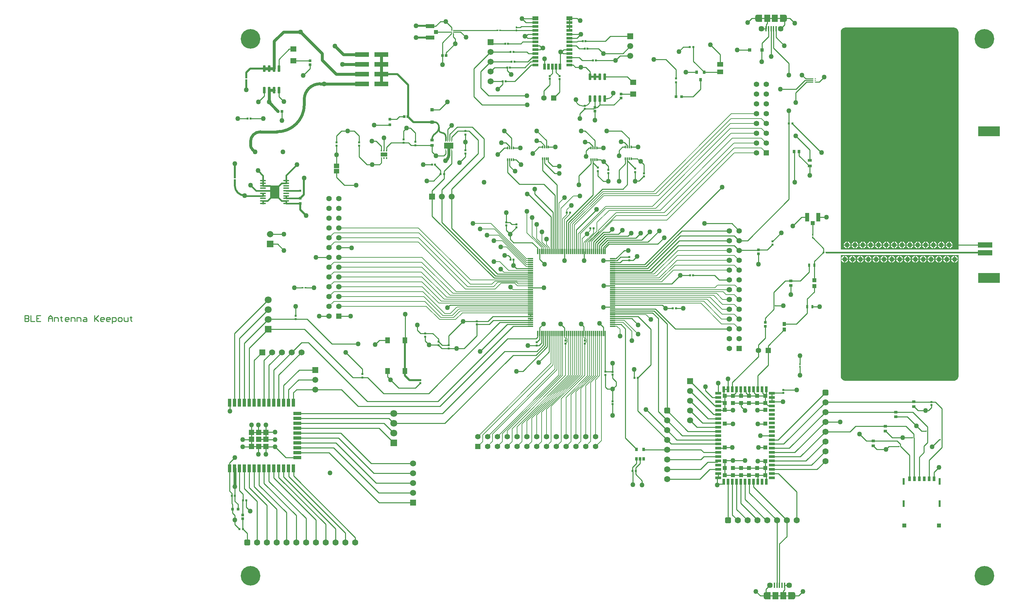
<source format=gbr>
G04*
G04 #@! TF.GenerationSoftware,Altium Limited,Altium Designer,23.9.2 (47)*
G04*
G04 Layer_Physical_Order=1*
G04 Layer_Color=255*
%FSLAX44Y44*%
%MOMM*%
G71*
G04*
G04 #@! TF.SameCoordinates,8F5B2CAB-9582-47EE-AD33-95BA57DA0C1B*
G04*
G04*
G04 #@! TF.FilePolarity,Positive*
G04*
G01*
G75*
%ADD31C,0.5000*%
%ADD32R,0.5400X0.5800*%
%ADD33R,0.5500X0.5500*%
G04:AMPARAMS|DCode=34|XSize=2.4mm|YSize=3.38mm|CornerRadius=0.048mm|HoleSize=0mm|Usage=FLASHONLY|Rotation=0.000|XOffset=0mm|YOffset=0mm|HoleType=Round|Shape=RoundedRectangle|*
%AMROUNDEDRECTD34*
21,1,2.4000,3.2840,0,0,0.0*
21,1,2.3040,3.3800,0,0,0.0*
1,1,0.0960,1.1520,-1.6420*
1,1,0.0960,-1.1520,-1.6420*
1,1,0.0960,-1.1520,1.6420*
1,1,0.0960,1.1520,1.6420*
%
%ADD34ROUNDEDRECTD34*%
G04:AMPARAMS|DCode=35|XSize=0.35mm|YSize=1.45mm|CornerRadius=0.0508mm|HoleSize=0mm|Usage=FLASHONLY|Rotation=90.000|XOffset=0mm|YOffset=0mm|HoleType=Round|Shape=RoundedRectangle|*
%AMROUNDEDRECTD35*
21,1,0.3500,1.3485,0,0,90.0*
21,1,0.2485,1.4500,0,0,90.0*
1,1,0.1015,0.6743,0.1243*
1,1,0.1015,0.6743,-0.1243*
1,1,0.1015,-0.6743,-0.1243*
1,1,0.1015,-0.6743,0.1243*
%
%ADD35ROUNDEDRECTD35*%
%ADD36R,1.5082X1.3061*%
%ADD37R,0.5000X0.6000*%
%ADD38R,1.0000X0.7500*%
%ADD39R,0.7581X0.8121*%
%ADD40R,1.0300X1.0000*%
%ADD41R,0.4800X1.8000*%
%ADD42R,0.6500X1.3000*%
%ADD43R,1.6000X1.4000*%
%ADD44R,1.3000X1.5500*%
%ADD45R,0.4000X1.3500*%
%ADD46R,1.5000X1.9000*%
%ADD47R,0.4200X0.2200*%
%ADD48R,0.6500X0.9000*%
%ADD49R,0.9000X0.7500*%
%ADD50R,0.5800X0.5400*%
%ADD51R,0.5000X0.4500*%
%ADD52R,0.4500X0.5000*%
%ADD53R,0.6000X0.5500*%
G04:AMPARAMS|DCode=54|XSize=0.76mm|YSize=0.6604mm|CornerRadius=0.0825mm|HoleSize=0mm|Usage=FLASHONLY|Rotation=0.000|XOffset=0mm|YOffset=0mm|HoleType=Round|Shape=RoundedRectangle|*
%AMROUNDEDRECTD54*
21,1,0.7600,0.4953,0,0,0.0*
21,1,0.5949,0.6604,0,0,0.0*
1,1,0.1651,0.2975,-0.2477*
1,1,0.1651,-0.2975,-0.2477*
1,1,0.1651,-0.2975,0.2477*
1,1,0.1651,0.2975,0.2477*
%
%ADD54ROUNDEDRECTD54*%
%ADD55R,3.6800X1.2700*%
%ADD56R,0.8000X0.9000*%
%ADD57R,0.8000X0.8000*%
%ADD58R,0.9000X0.9500*%
%ADD59R,0.6500X0.6500*%
G04:AMPARAMS|DCode=60|XSize=0.55mm|YSize=0.5mm|CornerRadius=0.0625mm|HoleSize=0mm|Usage=FLASHONLY|Rotation=0.000|XOffset=0mm|YOffset=0mm|HoleType=Round|Shape=RoundedRectangle|*
%AMROUNDEDRECTD60*
21,1,0.5500,0.3750,0,0,0.0*
21,1,0.4250,0.5000,0,0,0.0*
1,1,0.1250,0.2125,-0.1875*
1,1,0.1250,-0.2125,-0.1875*
1,1,0.1250,-0.2125,0.1875*
1,1,0.1250,0.2125,0.1875*
%
%ADD60ROUNDEDRECTD60*%
%ADD61R,0.6500X0.6500*%
G04:AMPARAMS|DCode=62|XSize=0.55mm|YSize=0.5mm|CornerRadius=0.0625mm|HoleSize=0mm|Usage=FLASHONLY|Rotation=270.000|XOffset=0mm|YOffset=0mm|HoleType=Round|Shape=RoundedRectangle|*
%AMROUNDEDRECTD62*
21,1,0.5500,0.3750,0,0,270.0*
21,1,0.4250,0.5000,0,0,270.0*
1,1,0.1250,-0.1875,-0.2125*
1,1,0.1250,-0.1875,0.2125*
1,1,0.1250,0.1875,0.2125*
1,1,0.1250,0.1875,-0.2125*
%
%ADD62ROUNDEDRECTD62*%
G04:AMPARAMS|DCode=63|XSize=0.76mm|YSize=0.6604mm|CornerRadius=0.0825mm|HoleSize=0mm|Usage=FLASHONLY|Rotation=90.000|XOffset=0mm|YOffset=0mm|HoleType=Round|Shape=RoundedRectangle|*
%AMROUNDEDRECTD63*
21,1,0.7600,0.4953,0,0,90.0*
21,1,0.5949,0.6604,0,0,90.0*
1,1,0.1651,0.2477,0.2975*
1,1,0.1651,0.2477,-0.2975*
1,1,0.1651,-0.2477,-0.2975*
1,1,0.1651,-0.2477,0.2975*
%
%ADD63ROUNDEDRECTD63*%
%ADD64R,0.5153X0.4725*%
%ADD65R,0.4725X0.5153*%
G04:AMPARAMS|DCode=66|XSize=0.65mm|YSize=1.65mm|CornerRadius=0.0488mm|HoleSize=0mm|Usage=FLASHONLY|Rotation=180.000|XOffset=0mm|YOffset=0mm|HoleType=Round|Shape=RoundedRectangle|*
%AMROUNDEDRECTD66*
21,1,0.6500,1.5525,0,0,180.0*
21,1,0.5525,1.6500,0,0,180.0*
1,1,0.0975,-0.2763,0.7763*
1,1,0.0975,0.2763,0.7763*
1,1,0.0975,0.2763,-0.7763*
1,1,0.0975,-0.2763,-0.7763*
%
%ADD66ROUNDEDRECTD66*%
%ADD67R,0.6250X0.8500*%
%ADD68R,1.0500X2.2000*%
%ADD69R,1.0000X1.0500*%
%ADD70R,3.7000X1.4000*%
%ADD71R,5.6000X2.6000*%
%ADD72R,0.9682X1.0065*%
%ADD73R,1.3562X1.1544*%
%ADD74R,0.2925X0.5561*%
G04:AMPARAMS|DCode=75|XSize=0.5561mm|YSize=0.2925mm|CornerRadius=0.1462mm|HoleSize=0mm|Usage=FLASHONLY|Rotation=90.000|XOffset=0mm|YOffset=0mm|HoleType=Round|Shape=RoundedRectangle|*
%AMROUNDEDRECTD75*
21,1,0.5561,0.0000,0,0,90.0*
21,1,0.2636,0.2925,0,0,90.0*
1,1,0.2925,0.0000,0.1318*
1,1,0.2925,0.0000,-0.1318*
1,1,0.2925,0.0000,-0.1318*
1,1,0.2925,0.0000,0.1318*
%
%ADD75ROUNDEDRECTD75*%
%ADD76R,0.8000X0.8000*%
%ADD77R,0.3500X1.3500*%
%ADD78R,0.5500X0.5000*%
%ADD79R,0.9000X2.0000*%
%ADD80R,2.0000X0.9000*%
%ADD81R,1.3300X1.3300*%
%ADD82R,0.9500X0.9000*%
%ADD83R,2.2000X1.0500*%
%ADD84R,1.0500X1.0000*%
%ADD85R,1.5000X0.7000*%
%ADD86R,1.5000X1.0000*%
%ADD87R,0.7000X1.5000*%
%ADD88R,0.5000X0.5500*%
%ADD89R,0.9500X0.8000*%
%ADD90R,1.3500X0.3500*%
%ADD91R,0.2425X0.8810*%
G04:AMPARAMS|DCode=92|XSize=0.881mm|YSize=0.2425mm|CornerRadius=0.1212mm|HoleSize=0mm|Usage=FLASHONLY|Rotation=90.000|XOffset=0mm|YOffset=0mm|HoleType=Round|Shape=RoundedRectangle|*
%AMROUNDEDRECTD92*
21,1,0.8810,0.0000,0,0,90.0*
21,1,0.6385,0.2425,0,0,90.0*
1,1,0.2425,0.0000,0.3193*
1,1,0.2425,0.0000,-0.3193*
1,1,0.2425,0.0000,-0.3193*
1,1,0.2425,0.0000,0.3193*
%
%ADD92ROUNDEDRECTD92*%
%ADD113R,0.2400X0.3200*%
%ADD129R,0.2500X0.2500*%
%ADD132R,1.7000X1.1000*%
%ADD135R,0.3000X0.8000*%
%ADD140R,2.4800X1.6500*%
%ADD141C,1.5700*%
%ADD142R,1.5700X1.5700*%
%ADD143R,1.5700X1.5700*%
%ADD149C,1.6700*%
%ADD150R,1.6700X1.6700*%
%ADD153R,1.3900X1.3900*%
%ADD154R,1.3890X1.3890*%
%ADD155C,1.3890*%
%ADD156R,1.3900X1.3900*%
%ADD164C,1.3900*%
%ADD165C,0.2540*%
%ADD166C,0.7620*%
%ADD167C,0.5080*%
%ADD168C,0.3810*%
%ADD169R,1.1000X1.1000*%
%ADD170R,0.8000X1.5000*%
%ADD171R,1.5000X0.8000*%
%ADD172C,0.1270*%
%ADD173C,1.4500*%
%ADD174C,1.6000*%
G04:AMPARAMS|DCode=175|XSize=1.6mm|YSize=1.6mm|CornerRadius=0.4mm|HoleSize=0mm|Usage=FLASHONLY|Rotation=0.000|XOffset=0mm|YOffset=0mm|HoleType=Round|Shape=RoundedRectangle|*
%AMROUNDEDRECTD175*
21,1,1.6000,0.8000,0,0,0.0*
21,1,0.8000,1.6000,0,0,0.0*
1,1,0.8000,0.4000,-0.4000*
1,1,0.8000,-0.4000,-0.4000*
1,1,0.8000,-0.4000,0.4000*
1,1,0.8000,0.4000,0.4000*
%
%ADD175ROUNDEDRECTD175*%
G04:AMPARAMS|DCode=176|XSize=1.6mm|YSize=1.6mm|CornerRadius=0.4mm|HoleSize=0mm|Usage=FLASHONLY|Rotation=270.000|XOffset=0mm|YOffset=0mm|HoleType=Round|Shape=RoundedRectangle|*
%AMROUNDEDRECTD176*
21,1,1.6000,0.8000,0,0,270.0*
21,1,0.8000,1.6000,0,0,270.0*
1,1,0.8000,-0.4000,-0.4000*
1,1,0.8000,-0.4000,0.4000*
1,1,0.8000,0.4000,0.4000*
1,1,0.8000,0.4000,-0.4000*
%
%ADD176ROUNDEDRECTD176*%
%ADD177C,5.0800*%
%ADD178R,1.4000X1.4000*%
%ADD179C,1.4000*%
%ADD180R,1.8000X1.8000*%
%ADD181C,1.8000*%
%ADD182R,1.5500X1.5500*%
%ADD183C,1.5500*%
%ADD184R,1.5500X1.5500*%
%ADD185C,1.2700*%
%ADD186C,0.5000*%
G36*
X2034260Y263470D02*
Y272470D01*
X2029260D01*
X2029260Y263470D01*
X2034260D01*
D02*
G37*
G36*
X2047260Y258470D02*
Y277470D01*
X2034260D01*
Y258470D01*
X2047260D01*
D02*
G37*
G36*
X2093260Y277470D02*
Y258470D01*
X2106260D01*
Y277470D01*
X2093260D01*
D02*
G37*
G36*
X2106260Y272470D02*
Y263470D01*
X2111260D01*
X2111260Y272470D01*
X2106260D01*
D02*
G37*
G36*
X2533650Y836930D02*
X2533650Y835804D01*
X2533211Y833596D01*
X2532349Y831516D01*
X2531098Y829644D01*
X2529506Y828052D01*
X2527634Y826801D01*
X2525554Y825939D01*
X2523346Y825500D01*
X2522220Y825500D01*
X2241550D01*
X2240299Y825500D01*
X2237845Y825988D01*
X2235534Y826945D01*
X2233454Y828335D01*
X2231685Y830104D01*
X2230295Y832184D01*
X2229338Y834495D01*
X2228850Y836949D01*
X2228850Y838200D01*
Y838200D01*
X2228850Y1151170D01*
X2533650Y1151170D01*
X2533650Y836930D01*
D02*
G37*
G36*
X2089510Y1760330D02*
X2084510D01*
Y1769330D01*
X2089510D01*
X2089510Y1760330D01*
D02*
G37*
G36*
X2012510Y1760330D02*
X2007510D01*
X2007510Y1769330D01*
X2012510D01*
Y1760330D01*
D02*
G37*
G36*
X2084510Y1755330D02*
X2071510D01*
Y1774330D01*
X2084510D01*
Y1755330D01*
D02*
G37*
G36*
X2025510D02*
X2012510D01*
Y1774330D01*
X2025510D01*
Y1755330D01*
D02*
G37*
G36*
X2524654Y1740682D02*
X2526966Y1739724D01*
X2529046Y1738335D01*
X2530815Y1736566D01*
X2532204Y1734486D01*
X2533162Y1732174D01*
X2533650Y1729721D01*
X2533650Y1728470D01*
X2533650Y1728470D01*
X2533650Y1728470D01*
X2533650Y1165310D01*
X2228850Y1165310D01*
X2228850Y1728470D01*
X2228850Y1729721D01*
X2229338Y1732174D01*
X2230295Y1734486D01*
X2231685Y1736566D01*
X2233454Y1738335D01*
X2235534Y1739724D01*
X2237845Y1740682D01*
X2240299Y1741170D01*
X2241550D01*
X2241550Y1741170D01*
X2520950Y1741170D01*
X2522201Y1741170D01*
X2524654Y1740682D01*
D02*
G37*
%LPC*%
G36*
X2524760Y1149323D02*
Y1141730D01*
X2532353D01*
X2531774Y1143891D01*
X2530604Y1145919D01*
X2528949Y1147574D01*
X2526921Y1148744D01*
X2524760Y1149323D01*
D02*
G37*
G36*
X2522220D02*
X2520059Y1148744D01*
X2518031Y1147574D01*
X2516376Y1145919D01*
X2515206Y1143891D01*
X2514627Y1141730D01*
X2522220D01*
Y1149323D01*
D02*
G37*
G36*
X2504440D02*
Y1141730D01*
X2512033D01*
X2511454Y1143891D01*
X2510284Y1145919D01*
X2508629Y1147574D01*
X2506601Y1148744D01*
X2504440Y1149323D01*
D02*
G37*
G36*
X2501900D02*
X2499739Y1148744D01*
X2497711Y1147574D01*
X2496056Y1145919D01*
X2494886Y1143891D01*
X2494307Y1141730D01*
X2501900D01*
Y1149323D01*
D02*
G37*
G36*
X2484120D02*
Y1141730D01*
X2491713D01*
X2491134Y1143891D01*
X2489964Y1145919D01*
X2488309Y1147574D01*
X2486281Y1148744D01*
X2484120Y1149323D01*
D02*
G37*
G36*
X2481580D02*
X2479419Y1148744D01*
X2477391Y1147574D01*
X2475736Y1145919D01*
X2474566Y1143891D01*
X2473987Y1141730D01*
X2481580D01*
Y1149323D01*
D02*
G37*
G36*
X2463800D02*
Y1141730D01*
X2471393D01*
X2470814Y1143891D01*
X2469644Y1145919D01*
X2467989Y1147574D01*
X2465961Y1148744D01*
X2463800Y1149323D01*
D02*
G37*
G36*
X2461260D02*
X2459099Y1148744D01*
X2457071Y1147574D01*
X2455416Y1145919D01*
X2454246Y1143891D01*
X2453667Y1141730D01*
X2461260D01*
Y1149323D01*
D02*
G37*
G36*
X2443480D02*
Y1141730D01*
X2451073D01*
X2450494Y1143891D01*
X2449324Y1145919D01*
X2447669Y1147574D01*
X2445641Y1148744D01*
X2443480Y1149323D01*
D02*
G37*
G36*
X2440940D02*
X2438779Y1148744D01*
X2436751Y1147574D01*
X2435096Y1145919D01*
X2433926Y1143891D01*
X2433347Y1141730D01*
X2440940D01*
Y1149323D01*
D02*
G37*
G36*
X2423160D02*
Y1141730D01*
X2430753D01*
X2430174Y1143891D01*
X2429004Y1145919D01*
X2427349Y1147574D01*
X2425321Y1148744D01*
X2423160Y1149323D01*
D02*
G37*
G36*
X2420620D02*
X2418459Y1148744D01*
X2416431Y1147574D01*
X2414776Y1145919D01*
X2413606Y1143891D01*
X2413027Y1141730D01*
X2420620D01*
Y1149323D01*
D02*
G37*
G36*
X2402840D02*
Y1141730D01*
X2410433D01*
X2409854Y1143891D01*
X2408684Y1145919D01*
X2407029Y1147574D01*
X2405001Y1148744D01*
X2402840Y1149323D01*
D02*
G37*
G36*
X2400300D02*
X2398139Y1148744D01*
X2396111Y1147574D01*
X2394456Y1145919D01*
X2393286Y1143891D01*
X2392707Y1141730D01*
X2400300D01*
Y1149323D01*
D02*
G37*
G36*
X2382520D02*
Y1141730D01*
X2390113D01*
X2389534Y1143891D01*
X2388364Y1145919D01*
X2386709Y1147574D01*
X2384681Y1148744D01*
X2382520Y1149323D01*
D02*
G37*
G36*
X2379980D02*
X2377819Y1148744D01*
X2375791Y1147574D01*
X2374136Y1145919D01*
X2372966Y1143891D01*
X2372387Y1141730D01*
X2379980D01*
Y1149323D01*
D02*
G37*
G36*
X2362200D02*
Y1141730D01*
X2369793D01*
X2369214Y1143891D01*
X2368044Y1145919D01*
X2366389Y1147574D01*
X2364361Y1148744D01*
X2362200Y1149323D01*
D02*
G37*
G36*
X2359660D02*
X2357499Y1148744D01*
X2355471Y1147574D01*
X2353816Y1145919D01*
X2352646Y1143891D01*
X2352067Y1141730D01*
X2359660D01*
Y1149323D01*
D02*
G37*
G36*
X2341880D02*
Y1141730D01*
X2349473D01*
X2348894Y1143891D01*
X2347724Y1145919D01*
X2346069Y1147574D01*
X2344041Y1148744D01*
X2341880Y1149323D01*
D02*
G37*
G36*
X2339340D02*
X2337179Y1148744D01*
X2335151Y1147574D01*
X2333496Y1145919D01*
X2332326Y1143891D01*
X2331747Y1141730D01*
X2339340D01*
Y1149323D01*
D02*
G37*
G36*
X2321560D02*
Y1141730D01*
X2329153D01*
X2328574Y1143891D01*
X2327404Y1145919D01*
X2325749Y1147574D01*
X2323721Y1148744D01*
X2321560Y1149323D01*
D02*
G37*
G36*
X2319020D02*
X2316859Y1148744D01*
X2314831Y1147574D01*
X2313176Y1145919D01*
X2312006Y1143891D01*
X2311427Y1141730D01*
X2319020D01*
Y1149323D01*
D02*
G37*
G36*
X2301240D02*
Y1141730D01*
X2308833D01*
X2308254Y1143891D01*
X2307084Y1145919D01*
X2305429Y1147574D01*
X2303401Y1148744D01*
X2301240Y1149323D01*
D02*
G37*
G36*
X2298700D02*
X2296539Y1148744D01*
X2294511Y1147574D01*
X2292856Y1145919D01*
X2291686Y1143891D01*
X2291107Y1141730D01*
X2298700D01*
Y1149323D01*
D02*
G37*
G36*
X2280920D02*
Y1141730D01*
X2288513D01*
X2287934Y1143891D01*
X2286764Y1145919D01*
X2285109Y1147574D01*
X2283081Y1148744D01*
X2280920Y1149323D01*
D02*
G37*
G36*
X2278380D02*
X2276219Y1148744D01*
X2274191Y1147574D01*
X2272536Y1145919D01*
X2271366Y1143891D01*
X2270787Y1141730D01*
X2278380D01*
Y1149323D01*
D02*
G37*
G36*
X2260600D02*
Y1141730D01*
X2268193D01*
X2267614Y1143891D01*
X2266444Y1145919D01*
X2264789Y1147574D01*
X2262761Y1148744D01*
X2260600Y1149323D01*
D02*
G37*
G36*
X2258060D02*
X2255899Y1148744D01*
X2253871Y1147574D01*
X2252216Y1145919D01*
X2251046Y1143891D01*
X2250467Y1141730D01*
X2258060D01*
Y1149323D01*
D02*
G37*
G36*
X2240280D02*
Y1141730D01*
X2247873D01*
X2247294Y1143891D01*
X2246124Y1145919D01*
X2244469Y1147574D01*
X2242441Y1148744D01*
X2240280Y1149323D01*
D02*
G37*
G36*
X2237740D02*
X2235579Y1148744D01*
X2233551Y1147574D01*
X2231896Y1145919D01*
X2230726Y1143891D01*
X2230147Y1141730D01*
X2237740D01*
Y1149323D01*
D02*
G37*
G36*
X2532353Y1139190D02*
X2524760D01*
Y1131597D01*
X2526921Y1132176D01*
X2528949Y1133346D01*
X2530604Y1135001D01*
X2531774Y1137029D01*
X2532353Y1139190D01*
D02*
G37*
G36*
X2522220D02*
X2514627D01*
X2515206Y1137029D01*
X2516376Y1135001D01*
X2518031Y1133346D01*
X2520059Y1132176D01*
X2522220Y1131597D01*
Y1139190D01*
D02*
G37*
G36*
X2512033D02*
X2504440D01*
Y1131597D01*
X2506601Y1132176D01*
X2508629Y1133346D01*
X2510284Y1135001D01*
X2511454Y1137029D01*
X2512033Y1139190D01*
D02*
G37*
G36*
X2501900D02*
X2494307D01*
X2494886Y1137029D01*
X2496056Y1135001D01*
X2497711Y1133346D01*
X2499739Y1132176D01*
X2501900Y1131597D01*
Y1139190D01*
D02*
G37*
G36*
X2491713D02*
X2484120D01*
Y1131597D01*
X2486281Y1132176D01*
X2488309Y1133346D01*
X2489964Y1135001D01*
X2491134Y1137029D01*
X2491713Y1139190D01*
D02*
G37*
G36*
X2481580D02*
X2473987D01*
X2474566Y1137029D01*
X2475736Y1135001D01*
X2477391Y1133346D01*
X2479419Y1132176D01*
X2481580Y1131597D01*
Y1139190D01*
D02*
G37*
G36*
X2471393D02*
X2463800D01*
Y1131597D01*
X2465961Y1132176D01*
X2467989Y1133346D01*
X2469644Y1135001D01*
X2470814Y1137029D01*
X2471393Y1139190D01*
D02*
G37*
G36*
X2461260D02*
X2453667D01*
X2454246Y1137029D01*
X2455416Y1135001D01*
X2457071Y1133346D01*
X2459099Y1132176D01*
X2461260Y1131597D01*
Y1139190D01*
D02*
G37*
G36*
X2451073D02*
X2443480D01*
Y1131597D01*
X2445641Y1132176D01*
X2447669Y1133346D01*
X2449324Y1135001D01*
X2450494Y1137029D01*
X2451073Y1139190D01*
D02*
G37*
G36*
X2440940D02*
X2433347D01*
X2433926Y1137029D01*
X2435096Y1135001D01*
X2436751Y1133346D01*
X2438779Y1132176D01*
X2440940Y1131597D01*
Y1139190D01*
D02*
G37*
G36*
X2430753D02*
X2423160D01*
Y1131597D01*
X2425321Y1132176D01*
X2427349Y1133346D01*
X2429004Y1135001D01*
X2430174Y1137029D01*
X2430753Y1139190D01*
D02*
G37*
G36*
X2420620D02*
X2413027D01*
X2413606Y1137029D01*
X2414776Y1135001D01*
X2416431Y1133346D01*
X2418459Y1132176D01*
X2420620Y1131597D01*
Y1139190D01*
D02*
G37*
G36*
X2410433D02*
X2402840D01*
Y1131597D01*
X2405001Y1132176D01*
X2407029Y1133346D01*
X2408684Y1135001D01*
X2409854Y1137029D01*
X2410433Y1139190D01*
D02*
G37*
G36*
X2400300D02*
X2392707D01*
X2393286Y1137029D01*
X2394456Y1135001D01*
X2396111Y1133346D01*
X2398139Y1132176D01*
X2400300Y1131597D01*
Y1139190D01*
D02*
G37*
G36*
X2390113D02*
X2382520D01*
Y1131597D01*
X2384681Y1132176D01*
X2386709Y1133346D01*
X2388364Y1135001D01*
X2389534Y1137029D01*
X2390113Y1139190D01*
D02*
G37*
G36*
X2379980D02*
X2372387D01*
X2372966Y1137029D01*
X2374136Y1135001D01*
X2375791Y1133346D01*
X2377819Y1132176D01*
X2379980Y1131597D01*
Y1139190D01*
D02*
G37*
G36*
X2369793D02*
X2362200D01*
Y1131597D01*
X2364361Y1132176D01*
X2366389Y1133346D01*
X2368044Y1135001D01*
X2369214Y1137029D01*
X2369793Y1139190D01*
D02*
G37*
G36*
X2359660D02*
X2352067D01*
X2352646Y1137029D01*
X2353816Y1135001D01*
X2355471Y1133346D01*
X2357499Y1132176D01*
X2359660Y1131597D01*
Y1139190D01*
D02*
G37*
G36*
X2349473D02*
X2341880D01*
Y1131597D01*
X2344041Y1132176D01*
X2346069Y1133346D01*
X2347724Y1135001D01*
X2348894Y1137029D01*
X2349473Y1139190D01*
D02*
G37*
G36*
X2339340D02*
X2331747D01*
X2332326Y1137029D01*
X2333496Y1135001D01*
X2335151Y1133346D01*
X2337179Y1132176D01*
X2339340Y1131597D01*
Y1139190D01*
D02*
G37*
G36*
X2329153D02*
X2321560D01*
Y1131597D01*
X2323721Y1132176D01*
X2325749Y1133346D01*
X2327404Y1135001D01*
X2328574Y1137029D01*
X2329153Y1139190D01*
D02*
G37*
G36*
X2319020D02*
X2311427D01*
X2312006Y1137029D01*
X2313176Y1135001D01*
X2314831Y1133346D01*
X2316859Y1132176D01*
X2319020Y1131597D01*
Y1139190D01*
D02*
G37*
G36*
X2308833D02*
X2301240D01*
Y1131597D01*
X2303401Y1132176D01*
X2305429Y1133346D01*
X2307084Y1135001D01*
X2308254Y1137029D01*
X2308833Y1139190D01*
D02*
G37*
G36*
X2298700D02*
X2291107D01*
X2291686Y1137029D01*
X2292856Y1135001D01*
X2294511Y1133346D01*
X2296539Y1132176D01*
X2298700Y1131597D01*
Y1139190D01*
D02*
G37*
G36*
X2288513D02*
X2280920D01*
Y1131597D01*
X2283081Y1132176D01*
X2285109Y1133346D01*
X2286764Y1135001D01*
X2287934Y1137029D01*
X2288513Y1139190D01*
D02*
G37*
G36*
X2278380D02*
X2270787D01*
X2271366Y1137029D01*
X2272536Y1135001D01*
X2274191Y1133346D01*
X2276219Y1132176D01*
X2278380Y1131597D01*
Y1139190D01*
D02*
G37*
G36*
X2268193D02*
X2260600D01*
Y1131597D01*
X2262761Y1132176D01*
X2264789Y1133346D01*
X2266444Y1135001D01*
X2267614Y1137029D01*
X2268193Y1139190D01*
D02*
G37*
G36*
X2258060D02*
X2250467D01*
X2251046Y1137029D01*
X2252216Y1135001D01*
X2253871Y1133346D01*
X2255899Y1132176D01*
X2258060Y1131597D01*
Y1139190D01*
D02*
G37*
G36*
X2247873D02*
X2240280D01*
Y1131597D01*
X2242441Y1132176D01*
X2244469Y1133346D01*
X2246124Y1135001D01*
X2247294Y1137029D01*
X2247873Y1139190D01*
D02*
G37*
G36*
X2237740D02*
X2230147D01*
X2230726Y1137029D01*
X2231896Y1135001D01*
X2233551Y1133346D01*
X2235579Y1132176D01*
X2237740Y1131597D01*
Y1139190D01*
D02*
G37*
G36*
X2510790Y1186153D02*
Y1178560D01*
X2518383D01*
X2517804Y1180721D01*
X2516634Y1182749D01*
X2514979Y1184404D01*
X2512951Y1185574D01*
X2510790Y1186153D01*
D02*
G37*
G36*
X2508250D02*
X2506089Y1185574D01*
X2504061Y1184404D01*
X2502406Y1182749D01*
X2501236Y1180721D01*
X2500657Y1178560D01*
X2508250D01*
Y1186153D01*
D02*
G37*
G36*
X2490470D02*
Y1178560D01*
X2498063D01*
X2497484Y1180721D01*
X2496314Y1182749D01*
X2494659Y1184404D01*
X2492631Y1185574D01*
X2490470Y1186153D01*
D02*
G37*
G36*
X2487930D02*
X2485769Y1185574D01*
X2483741Y1184404D01*
X2482086Y1182749D01*
X2480916Y1180721D01*
X2480337Y1178560D01*
X2487930D01*
Y1186153D01*
D02*
G37*
G36*
X2470150D02*
Y1178560D01*
X2477743D01*
X2477164Y1180721D01*
X2475994Y1182749D01*
X2474339Y1184404D01*
X2472311Y1185574D01*
X2470150Y1186153D01*
D02*
G37*
G36*
X2467610D02*
X2465449Y1185574D01*
X2463421Y1184404D01*
X2461766Y1182749D01*
X2460596Y1180721D01*
X2460017Y1178560D01*
X2467610D01*
Y1186153D01*
D02*
G37*
G36*
X2449830D02*
Y1178560D01*
X2457423D01*
X2456844Y1180721D01*
X2455674Y1182749D01*
X2454019Y1184404D01*
X2451991Y1185574D01*
X2449830Y1186153D01*
D02*
G37*
G36*
X2447290D02*
X2445129Y1185574D01*
X2443101Y1184404D01*
X2441446Y1182749D01*
X2440276Y1180721D01*
X2439697Y1178560D01*
X2447290D01*
Y1186153D01*
D02*
G37*
G36*
X2429510D02*
Y1178560D01*
X2437103D01*
X2436524Y1180721D01*
X2435354Y1182749D01*
X2433699Y1184404D01*
X2431671Y1185574D01*
X2429510Y1186153D01*
D02*
G37*
G36*
X2426970D02*
X2424809Y1185574D01*
X2422781Y1184404D01*
X2421126Y1182749D01*
X2419956Y1180721D01*
X2419377Y1178560D01*
X2426970D01*
Y1186153D01*
D02*
G37*
G36*
X2409190D02*
Y1178560D01*
X2416783D01*
X2416204Y1180721D01*
X2415034Y1182749D01*
X2413379Y1184404D01*
X2411351Y1185574D01*
X2409190Y1186153D01*
D02*
G37*
G36*
X2406650D02*
X2404489Y1185574D01*
X2402461Y1184404D01*
X2400806Y1182749D01*
X2399636Y1180721D01*
X2399057Y1178560D01*
X2406650D01*
Y1186153D01*
D02*
G37*
G36*
X2388870D02*
Y1178560D01*
X2396463D01*
X2395884Y1180721D01*
X2394714Y1182749D01*
X2393059Y1184404D01*
X2391031Y1185574D01*
X2388870Y1186153D01*
D02*
G37*
G36*
X2386330D02*
X2384169Y1185574D01*
X2382141Y1184404D01*
X2380486Y1182749D01*
X2379316Y1180721D01*
X2378737Y1178560D01*
X2386330D01*
Y1186153D01*
D02*
G37*
G36*
X2368550D02*
Y1178560D01*
X2376143D01*
X2375564Y1180721D01*
X2374394Y1182749D01*
X2372739Y1184404D01*
X2370711Y1185574D01*
X2368550Y1186153D01*
D02*
G37*
G36*
X2366010D02*
X2363849Y1185574D01*
X2361821Y1184404D01*
X2360166Y1182749D01*
X2358996Y1180721D01*
X2358417Y1178560D01*
X2366010D01*
Y1186153D01*
D02*
G37*
G36*
X2348230D02*
Y1178560D01*
X2355823D01*
X2355244Y1180721D01*
X2354074Y1182749D01*
X2352419Y1184404D01*
X2350391Y1185574D01*
X2348230Y1186153D01*
D02*
G37*
G36*
X2345690D02*
X2343529Y1185574D01*
X2341501Y1184404D01*
X2339846Y1182749D01*
X2338676Y1180721D01*
X2338097Y1178560D01*
X2345690D01*
Y1186153D01*
D02*
G37*
G36*
X2327910D02*
Y1178560D01*
X2335503D01*
X2334924Y1180721D01*
X2333754Y1182749D01*
X2332099Y1184404D01*
X2330071Y1185574D01*
X2327910Y1186153D01*
D02*
G37*
G36*
X2325370D02*
X2323209Y1185574D01*
X2321181Y1184404D01*
X2319526Y1182749D01*
X2318356Y1180721D01*
X2317777Y1178560D01*
X2325370D01*
Y1186153D01*
D02*
G37*
G36*
X2307590D02*
Y1178560D01*
X2315183D01*
X2314604Y1180721D01*
X2313434Y1182749D01*
X2311779Y1184404D01*
X2309751Y1185574D01*
X2307590Y1186153D01*
D02*
G37*
G36*
X2305050D02*
X2302889Y1185574D01*
X2300861Y1184404D01*
X2299206Y1182749D01*
X2298036Y1180721D01*
X2297457Y1178560D01*
X2305050D01*
Y1186153D01*
D02*
G37*
G36*
X2287270D02*
Y1178560D01*
X2294863D01*
X2294284Y1180721D01*
X2293114Y1182749D01*
X2291459Y1184404D01*
X2289431Y1185574D01*
X2287270Y1186153D01*
D02*
G37*
G36*
X2284730D02*
X2282569Y1185574D01*
X2280541Y1184404D01*
X2278886Y1182749D01*
X2277716Y1180721D01*
X2277137Y1178560D01*
X2284730D01*
Y1186153D01*
D02*
G37*
G36*
X2266950D02*
Y1178560D01*
X2274543D01*
X2273964Y1180721D01*
X2272794Y1182749D01*
X2271139Y1184404D01*
X2269111Y1185574D01*
X2266950Y1186153D01*
D02*
G37*
G36*
X2264410D02*
X2262249Y1185574D01*
X2260221Y1184404D01*
X2258566Y1182749D01*
X2257396Y1180721D01*
X2256817Y1178560D01*
X2264410D01*
Y1186153D01*
D02*
G37*
G36*
X2246630D02*
Y1178560D01*
X2254223D01*
X2253644Y1180721D01*
X2252474Y1182749D01*
X2250819Y1184404D01*
X2248791Y1185574D01*
X2246630Y1186153D01*
D02*
G37*
G36*
X2244090D02*
X2241929Y1185574D01*
X2239901Y1184404D01*
X2238246Y1182749D01*
X2237076Y1180721D01*
X2236497Y1178560D01*
X2244090D01*
Y1186153D01*
D02*
G37*
G36*
X2518383Y1176020D02*
X2510790D01*
Y1168427D01*
X2512951Y1169006D01*
X2514979Y1170176D01*
X2516634Y1171831D01*
X2517804Y1173859D01*
X2518383Y1176020D01*
D02*
G37*
G36*
X2508250D02*
X2500657D01*
X2501236Y1173859D01*
X2502406Y1171831D01*
X2504061Y1170176D01*
X2506089Y1169006D01*
X2508250Y1168427D01*
Y1176020D01*
D02*
G37*
G36*
X2498063D02*
X2490470D01*
Y1168427D01*
X2492631Y1169006D01*
X2494659Y1170176D01*
X2496314Y1171831D01*
X2497484Y1173859D01*
X2498063Y1176020D01*
D02*
G37*
G36*
X2487930D02*
X2480337D01*
X2480916Y1173859D01*
X2482086Y1171831D01*
X2483741Y1170176D01*
X2485769Y1169006D01*
X2487930Y1168427D01*
Y1176020D01*
D02*
G37*
G36*
X2477743D02*
X2470150D01*
Y1168427D01*
X2472311Y1169006D01*
X2474339Y1170176D01*
X2475994Y1171831D01*
X2477164Y1173859D01*
X2477743Y1176020D01*
D02*
G37*
G36*
X2467610D02*
X2460017D01*
X2460596Y1173859D01*
X2461766Y1171831D01*
X2463421Y1170176D01*
X2465449Y1169006D01*
X2467610Y1168427D01*
Y1176020D01*
D02*
G37*
G36*
X2457423D02*
X2449830D01*
Y1168427D01*
X2451991Y1169006D01*
X2454019Y1170176D01*
X2455674Y1171831D01*
X2456844Y1173859D01*
X2457423Y1176020D01*
D02*
G37*
G36*
X2447290D02*
X2439697D01*
X2440276Y1173859D01*
X2441446Y1171831D01*
X2443101Y1170176D01*
X2445129Y1169006D01*
X2447290Y1168427D01*
Y1176020D01*
D02*
G37*
G36*
X2437103D02*
X2429510D01*
Y1168427D01*
X2431671Y1169006D01*
X2433699Y1170176D01*
X2435354Y1171831D01*
X2436524Y1173859D01*
X2437103Y1176020D01*
D02*
G37*
G36*
X2426970D02*
X2419377D01*
X2419956Y1173859D01*
X2421126Y1171831D01*
X2422781Y1170176D01*
X2424809Y1169006D01*
X2426970Y1168427D01*
Y1176020D01*
D02*
G37*
G36*
X2416783D02*
X2409190D01*
Y1168427D01*
X2411351Y1169006D01*
X2413379Y1170176D01*
X2415034Y1171831D01*
X2416204Y1173859D01*
X2416783Y1176020D01*
D02*
G37*
G36*
X2406650D02*
X2399057D01*
X2399636Y1173859D01*
X2400806Y1171831D01*
X2402461Y1170176D01*
X2404489Y1169006D01*
X2406650Y1168427D01*
Y1176020D01*
D02*
G37*
G36*
X2396463D02*
X2388870D01*
Y1168427D01*
X2391031Y1169006D01*
X2393059Y1170176D01*
X2394714Y1171831D01*
X2395884Y1173859D01*
X2396463Y1176020D01*
D02*
G37*
G36*
X2386330D02*
X2378737D01*
X2379316Y1173859D01*
X2380486Y1171831D01*
X2382141Y1170176D01*
X2384169Y1169006D01*
X2386330Y1168427D01*
Y1176020D01*
D02*
G37*
G36*
X2376143D02*
X2368550D01*
Y1168427D01*
X2370711Y1169006D01*
X2372739Y1170176D01*
X2374394Y1171831D01*
X2375564Y1173859D01*
X2376143Y1176020D01*
D02*
G37*
G36*
X2366010D02*
X2358417D01*
X2358996Y1173859D01*
X2360166Y1171831D01*
X2361821Y1170176D01*
X2363849Y1169006D01*
X2366010Y1168427D01*
Y1176020D01*
D02*
G37*
G36*
X2355823D02*
X2348230D01*
Y1168427D01*
X2350391Y1169006D01*
X2352419Y1170176D01*
X2354074Y1171831D01*
X2355244Y1173859D01*
X2355823Y1176020D01*
D02*
G37*
G36*
X2345690D02*
X2338097D01*
X2338676Y1173859D01*
X2339846Y1171831D01*
X2341501Y1170176D01*
X2343529Y1169006D01*
X2345690Y1168427D01*
Y1176020D01*
D02*
G37*
G36*
X2335503D02*
X2327910D01*
Y1168427D01*
X2330071Y1169006D01*
X2332099Y1170176D01*
X2333754Y1171831D01*
X2334924Y1173859D01*
X2335503Y1176020D01*
D02*
G37*
G36*
X2325370D02*
X2317777D01*
X2318356Y1173859D01*
X2319526Y1171831D01*
X2321181Y1170176D01*
X2323209Y1169006D01*
X2325370Y1168427D01*
Y1176020D01*
D02*
G37*
G36*
X2315183D02*
X2307590D01*
Y1168427D01*
X2309751Y1169006D01*
X2311779Y1170176D01*
X2313434Y1171831D01*
X2314604Y1173859D01*
X2315183Y1176020D01*
D02*
G37*
G36*
X2305050D02*
X2297457D01*
X2298036Y1173859D01*
X2299206Y1171831D01*
X2300861Y1170176D01*
X2302889Y1169006D01*
X2305050Y1168427D01*
Y1176020D01*
D02*
G37*
G36*
X2294863D02*
X2287270D01*
Y1168427D01*
X2289431Y1169006D01*
X2291459Y1170176D01*
X2293114Y1171831D01*
X2294284Y1173859D01*
X2294863Y1176020D01*
D02*
G37*
G36*
X2284730D02*
X2277137D01*
X2277716Y1173859D01*
X2278886Y1171831D01*
X2280541Y1170176D01*
X2282569Y1169006D01*
X2284730Y1168427D01*
Y1176020D01*
D02*
G37*
G36*
X2274543D02*
X2266950D01*
Y1168427D01*
X2269111Y1169006D01*
X2271139Y1170176D01*
X2272794Y1171831D01*
X2273964Y1173859D01*
X2274543Y1176020D01*
D02*
G37*
G36*
X2264410D02*
X2256817D01*
X2257396Y1173859D01*
X2258566Y1171831D01*
X2260221Y1170176D01*
X2262249Y1169006D01*
X2264410Y1168427D01*
Y1176020D01*
D02*
G37*
G36*
X2254223D02*
X2246630D01*
Y1168427D01*
X2248791Y1169006D01*
X2250819Y1170176D01*
X2252474Y1171831D01*
X2253644Y1173859D01*
X2254223Y1176020D01*
D02*
G37*
G36*
X2244090D02*
X2236497D01*
X2237076Y1173859D01*
X2238246Y1171831D01*
X2239901Y1170176D01*
X2241929Y1169006D01*
X2244090Y1168427D01*
Y1176020D01*
D02*
G37*
%LPD*%
D31*
X2087010Y1760330D02*
G03*
X2083510Y1762621I-2500J0D01*
G01*
Y1758039D02*
G03*
X2087010Y1760330I1000J2291D01*
G01*
X2083510Y1762621D02*
G03*
X2083510Y1758039I1000J-2291D01*
G01*
X2036638Y273242D02*
G03*
X2035260Y274761I-2378J-772D01*
G01*
D02*
G03*
X2035260Y270179I-1000J-2291D01*
G01*
X2035260Y270179D02*
G03*
X2036295Y271018I-1000J2291D01*
G01*
X2036760Y263470D02*
G03*
X2036760Y263470I-2500J0D01*
G01*
X2108760Y263470D02*
G03*
X2108760Y263470I-2500J0D01*
G01*
X2107761Y270471D02*
G03*
X2108260Y270969I-1501J1999D01*
G01*
D02*
G03*
X2108722Y272036I-1999J1501D01*
G01*
D02*
G03*
X2108758Y272364I-2462J434D01*
G01*
X2108758Y272364D02*
G03*
X2108760Y272470I-2498J106D01*
G01*
X2108511Y273557D02*
X2108511Y273558D01*
X2108760Y272470D02*
G03*
X2108511Y273557I-2500J0D01*
G01*
X2107758Y274472D02*
G03*
X2107092Y274828I-1498J-2002D01*
G01*
X2108370Y273812D02*
G03*
X2107758Y274472I-2109J-1342D01*
G01*
X2108511Y273558D02*
G03*
X2108370Y273812I-2251J-1088D01*
G01*
X2105386Y270128D02*
G03*
X2107761Y270471I874J2342D01*
G01*
X2104709Y270509D02*
X2104710Y270509D01*
X2104710Y270509D02*
G03*
X2104816Y270429I1550J1961D01*
G01*
X2105260Y270179D02*
G03*
X2105386Y270128I1000J2291D01*
G01*
X2104816Y270429D02*
G03*
X2105260Y270179I1444J2041D01*
G01*
X2104225Y271018D02*
G03*
X2104709Y270509I2035J1452D01*
G01*
X2104710Y274432D02*
G03*
X2104225Y271018I1550J-1961D01*
G01*
X2104910Y274574D02*
G03*
X2104710Y274432I1351J-2104D01*
G01*
X2105260Y274761D02*
G03*
X2104910Y274574I1001J-2291D01*
G01*
X2105262Y274762D02*
G03*
X2105260Y274762I999J-2292D01*
G01*
X2105429Y274828D02*
G03*
X2105262Y274762I831J-2358D01*
G01*
X2107091Y274828D02*
G03*
X2105429Y274828I-831J-2358D01*
G01*
X2036722Y272034D02*
G03*
X2036760Y272470I-2462J436D01*
G01*
X2036760Y272514D02*
G03*
X2036689Y273061I-2500J-44D01*
G01*
X2036689Y273062D02*
G03*
X2036638Y273242I-2429J-591D01*
G01*
X2036760Y272470D02*
G03*
X2036760Y272514I-2500J-0D01*
G01*
X2036295Y271018D02*
G03*
X2036638Y271698I-2035J1452D01*
G01*
D02*
G03*
X2036722Y272034I-2378J772D01*
G01*
X2015010Y1769330D02*
G03*
X2015010Y1769330I-2500J0D01*
G01*
X2087010Y1769330D02*
G03*
X2087010Y1769330I-2500J0D01*
G01*
X2015010Y1760330D02*
G03*
X2013510Y1762621I-2500J0D01*
G01*
D02*
G03*
X2013510Y1758039I-1000J-2291D01*
G01*
D02*
G03*
X2015010Y1760330I-1000J2291D01*
G01*
D32*
X660400Y1344840D02*
D03*
Y1352640D02*
D03*
X2463800Y762100D02*
D03*
Y769900D02*
D03*
X2080260Y801460D02*
D03*
Y793660D02*
D03*
X1719580Y1362990D02*
D03*
Y1355190D02*
D03*
X1626870Y1371690D02*
D03*
Y1363890D02*
D03*
X1257300Y1422490D02*
D03*
Y1414690D02*
D03*
X1140460Y826860D02*
D03*
Y819060D02*
D03*
X923290Y1442810D02*
D03*
Y1435010D02*
D03*
X1097280Y1442630D02*
D03*
Y1450430D02*
D03*
X1441450Y916940D02*
D03*
Y924740D02*
D03*
X1516380Y921840D02*
D03*
Y929640D02*
D03*
X1565910Y921840D02*
D03*
Y929640D02*
D03*
X1619250Y848540D02*
D03*
Y840740D02*
D03*
X1681480Y1137830D02*
D03*
Y1145630D02*
D03*
X1389380Y1223010D02*
D03*
Y1230810D02*
D03*
X1362710Y1228090D02*
D03*
Y1235890D02*
D03*
X1214120Y909230D02*
D03*
Y917030D02*
D03*
X1286510Y979260D02*
D03*
Y971460D02*
D03*
X689610Y1603830D02*
D03*
Y1611630D02*
D03*
D33*
X838890Y1318260D02*
D03*
X829890D02*
D03*
D34*
X763270Y1314450D02*
D03*
D35*
X793020Y1285200D02*
D03*
Y1291700D02*
D03*
Y1298200D02*
D03*
Y1304700D02*
D03*
Y1311200D02*
D03*
Y1317700D02*
D03*
Y1324200D02*
D03*
Y1330700D02*
D03*
Y1337200D02*
D03*
Y1343700D02*
D03*
X733520Y1285200D02*
D03*
Y1291700D02*
D03*
Y1298200D02*
D03*
Y1304700D02*
D03*
Y1311200D02*
D03*
Y1317700D02*
D03*
Y1324200D02*
D03*
Y1330700D02*
D03*
Y1337200D02*
D03*
Y1343700D02*
D03*
D36*
X1916430Y1625999D02*
D03*
Y1645521D02*
D03*
D37*
X2104310Y1492250D02*
D03*
X2094310D02*
D03*
X1837770Y1690370D02*
D03*
X1847770D02*
D03*
D38*
X2148840Y1382000D02*
D03*
Y1397000D02*
D03*
D39*
X2108280Y1419860D02*
D03*
X2120820D02*
D03*
D40*
X2393700Y449600D02*
D03*
X2483000D02*
D03*
D41*
X2391650Y506800D02*
D03*
Y564300D02*
D03*
X2484950D02*
D03*
Y506800D02*
D03*
D42*
X2470150Y571500D02*
D03*
X2432050D02*
D03*
X2406650D02*
D03*
X2457450D02*
D03*
X2444750D02*
D03*
X2419350D02*
D03*
D43*
X811530Y1655050D02*
D03*
Y1685050D02*
D03*
X1691640Y1568690D02*
D03*
Y1598690D02*
D03*
D44*
X1055730Y850520D02*
D03*
X1100730D02*
D03*
X1055730Y930020D02*
D03*
X1100730D02*
D03*
D45*
X2057260Y294970D02*
D03*
X2063760D02*
D03*
X2070260D02*
D03*
X2076760D02*
D03*
X2083260D02*
D03*
X2035510Y1737830D02*
D03*
X2042010D02*
D03*
X2048510D02*
D03*
X2055010D02*
D03*
X2061510D02*
D03*
D46*
X2060260Y267970D02*
D03*
X2080260D02*
D03*
X2038510Y1764830D02*
D03*
X2058510D02*
D03*
D47*
X2162960Y1600200D02*
D03*
Y1604200D02*
D03*
Y1608200D02*
D03*
X2156460Y1600200D02*
D03*
Y1604200D02*
D03*
Y1608200D02*
D03*
D48*
X1699920Y647000D02*
D03*
X1718920D02*
D03*
Y623000D02*
D03*
X1709420D02*
D03*
X1699920D02*
D03*
D49*
X2344420Y707040D02*
D03*
Y695040D02*
D03*
X2418080Y770540D02*
D03*
Y758540D02*
D03*
X2312670Y668940D02*
D03*
Y656940D02*
D03*
X2371090Y743870D02*
D03*
Y731870D02*
D03*
X2099310Y1084230D02*
D03*
Y1072230D02*
D03*
D50*
X1690280Y591820D02*
D03*
X1698080D02*
D03*
X652690Y527050D02*
D03*
X660490D02*
D03*
X1170850Y1385570D02*
D03*
X1178650D02*
D03*
X1588860Y1220470D02*
D03*
X1581060D02*
D03*
X1374050Y1139190D02*
D03*
X1381850D02*
D03*
X1802220Y1013460D02*
D03*
X1794420D02*
D03*
X1838870Y1098550D02*
D03*
X1846670D02*
D03*
X1520100Y1261110D02*
D03*
X1527900D02*
D03*
D51*
X835660Y1066800D02*
D03*
X843160D02*
D03*
X2184460Y1158240D02*
D03*
X2191960D02*
D03*
X1339850Y1733550D02*
D03*
X1347350D02*
D03*
D52*
X2123440Y861120D02*
D03*
Y868620D02*
D03*
X2156460Y1203900D02*
D03*
Y1196400D02*
D03*
X1389380Y1741050D02*
D03*
Y1733550D02*
D03*
D53*
X1802130Y1598760D02*
D03*
Y1609260D02*
D03*
D54*
X829310Y1284590D02*
D03*
Y1298590D02*
D03*
D55*
X989980Y1671320D02*
D03*
Y1645920D02*
D03*
Y1620520D02*
D03*
Y1595120D02*
D03*
X1039480D02*
D03*
Y1671320D02*
D03*
Y1645920D02*
D03*
Y1620520D02*
D03*
D56*
X1875130Y1625440D02*
D03*
X1856130D02*
D03*
X1865630Y1605440D02*
D03*
D57*
X1817250Y1562100D02*
D03*
X1802250D02*
D03*
D58*
X1993390Y1682750D02*
D03*
X2024890D02*
D03*
D59*
X2015490Y1154590D02*
D03*
Y1164590D02*
D03*
X2033270Y976550D02*
D03*
Y966550D02*
D03*
X1592580Y1534080D02*
D03*
Y1524080D02*
D03*
X1659890Y1568370D02*
D03*
Y1558370D02*
D03*
X680720Y467440D02*
D03*
Y477440D02*
D03*
X854710Y1654730D02*
D03*
Y1644730D02*
D03*
D60*
X2052320Y1177870D02*
D03*
Y1186870D02*
D03*
X981710Y1443410D02*
D03*
Y1434410D02*
D03*
X1127760Y1444680D02*
D03*
Y1435680D02*
D03*
X990600Y842700D02*
D03*
Y833700D02*
D03*
X817880Y993830D02*
D03*
Y984830D02*
D03*
X1187450Y926520D02*
D03*
Y917520D02*
D03*
X1153160Y939110D02*
D03*
Y948110D02*
D03*
X1257300Y1472620D02*
D03*
Y1463620D02*
D03*
X1600200Y1369060D02*
D03*
Y1378060D02*
D03*
X1696720Y1375520D02*
D03*
Y1366520D02*
D03*
D61*
X1197690Y1668780D02*
D03*
X1207690D02*
D03*
X772240Y1524000D02*
D03*
X782240D02*
D03*
X1098630Y1510030D02*
D03*
X1108630D02*
D03*
D62*
X672410Y440690D02*
D03*
X681410D02*
D03*
X1694760Y833120D02*
D03*
X1703760D02*
D03*
X690300Y515620D02*
D03*
X681300D02*
D03*
X1202110Y1361440D02*
D03*
X1193110D02*
D03*
D63*
X654670Y492760D02*
D03*
X668670D02*
D03*
D64*
X693444Y1504950D02*
D03*
X701016D02*
D03*
D65*
X1565910Y1537946D02*
D03*
Y1530374D02*
D03*
X1638300Y764564D02*
D03*
Y772136D02*
D03*
Y848336D02*
D03*
Y840764D02*
D03*
D66*
X1617980Y1613210D02*
D03*
X1605280D02*
D03*
X1592580D02*
D03*
X1579880D02*
D03*
X1617980Y1556710D02*
D03*
X1605280D02*
D03*
X1592580D02*
D03*
X1579880D02*
D03*
X736600Y1578300D02*
D03*
X749300D02*
D03*
X762000D02*
D03*
X774700D02*
D03*
X736600Y1634800D02*
D03*
X749300D02*
D03*
X762000D02*
D03*
X774700D02*
D03*
D67*
X2147295Y1125220D02*
D03*
X2160545D02*
D03*
X2155465Y1017270D02*
D03*
X2142215D02*
D03*
D68*
X2141710Y1249680D02*
D03*
X2171210D02*
D03*
D69*
X2156460Y1234430D02*
D03*
X2160270Y1085730D02*
D03*
Y1070730D02*
D03*
D70*
X2602890Y1157200D02*
D03*
Y1177200D02*
D03*
D71*
X2612390Y1092200D02*
D03*
Y1472200D02*
D03*
D72*
X2082800Y972459D02*
D03*
Y957941D02*
D03*
D73*
X923290Y1368651D02*
D03*
Y1382169D02*
D03*
D74*
X1039980Y1402460D02*
D03*
D75*
X1046480D02*
D03*
X1052980D02*
D03*
Y1422021D02*
D03*
X1046480D02*
D03*
X1039980D02*
D03*
D76*
X1061720Y1503560D02*
D03*
Y1488560D02*
D03*
D77*
X1589120Y1160350D02*
D03*
X1444120D02*
D03*
X1449120D02*
D03*
X1454120D02*
D03*
X1459120D02*
D03*
X1464120D02*
D03*
X1469120D02*
D03*
X1474120D02*
D03*
X1479120D02*
D03*
X1484120D02*
D03*
X1489120D02*
D03*
X1494120D02*
D03*
X1499120D02*
D03*
X1504120D02*
D03*
X1509120D02*
D03*
X1514120D02*
D03*
X1519120D02*
D03*
X1524120D02*
D03*
X1529120D02*
D03*
X1534120D02*
D03*
X1539120D02*
D03*
X1544120D02*
D03*
X1549120D02*
D03*
X1554120D02*
D03*
X1559120D02*
D03*
X1564120D02*
D03*
X1569120D02*
D03*
X1574120D02*
D03*
X1579120D02*
D03*
X1584120D02*
D03*
X1594120D02*
D03*
X1599120D02*
D03*
X1604120D02*
D03*
X1609120D02*
D03*
X1614120D02*
D03*
X1619120D02*
D03*
Y947850D02*
D03*
X1614120D02*
D03*
X1609120D02*
D03*
X1604120D02*
D03*
X1599120D02*
D03*
X1594120D02*
D03*
X1589120D02*
D03*
X1584120D02*
D03*
X1579120D02*
D03*
X1574120D02*
D03*
X1569120D02*
D03*
X1564120D02*
D03*
X1559120D02*
D03*
X1554120D02*
D03*
X1549120D02*
D03*
X1544120D02*
D03*
X1539120D02*
D03*
X1534120D02*
D03*
X1529120D02*
D03*
X1524120D02*
D03*
X1519120D02*
D03*
X1514120D02*
D03*
X1509120D02*
D03*
X1504120D02*
D03*
X1499120D02*
D03*
X1494120D02*
D03*
X1489120D02*
D03*
X1484120D02*
D03*
X1479120D02*
D03*
X1474120D02*
D03*
X1469120D02*
D03*
X1464120D02*
D03*
X1459120D02*
D03*
X1454120D02*
D03*
X1449120D02*
D03*
X1444120D02*
D03*
D78*
X1360170Y1699260D02*
D03*
X1374140Y1677670D02*
D03*
X1381640D02*
D03*
X1568390Y1705610D02*
D03*
X1560890D02*
D03*
X1367670Y1699260D02*
D03*
X1353820Y1601470D02*
D03*
X1361320D02*
D03*
X1573410Y1686560D02*
D03*
X1565910D02*
D03*
X1595000Y1656080D02*
D03*
X1587500D02*
D03*
X1365250Y1637030D02*
D03*
X1372750D02*
D03*
X1376680Y1652270D02*
D03*
X1384180D02*
D03*
D79*
X647170Y598260D02*
D03*
X659870D02*
D03*
X672570D02*
D03*
X685270D02*
D03*
X697970D02*
D03*
X710670D02*
D03*
X723370D02*
D03*
X736070D02*
D03*
X748770D02*
D03*
X761470D02*
D03*
X774170D02*
D03*
X786870D02*
D03*
X799570D02*
D03*
X812270D02*
D03*
Y768260D02*
D03*
X799570D02*
D03*
X786870D02*
D03*
X774170D02*
D03*
X761470D02*
D03*
X748770D02*
D03*
X736070D02*
D03*
X723370D02*
D03*
X710670D02*
D03*
X697970D02*
D03*
X685270D02*
D03*
X672570D02*
D03*
X659870D02*
D03*
X647170D02*
D03*
D80*
X822270Y626110D02*
D03*
Y638810D02*
D03*
Y651510D02*
D03*
Y664210D02*
D03*
Y676910D02*
D03*
Y689610D02*
D03*
Y702310D02*
D03*
Y715010D02*
D03*
Y727710D02*
D03*
Y740410D02*
D03*
D81*
X703820Y654910D02*
D03*
Y673260D02*
D03*
Y691610D02*
D03*
X722170Y654910D02*
D03*
Y673260D02*
D03*
Y691610D02*
D03*
X740520Y654910D02*
D03*
Y673260D02*
D03*
Y691610D02*
D03*
D82*
X1170940Y1496060D02*
D03*
Y1527560D02*
D03*
D83*
X1165850Y1714990D02*
D03*
Y1744490D02*
D03*
D84*
X1181100Y1729740D02*
D03*
D85*
X1526090Y1643610D02*
D03*
Y1653610D02*
D03*
Y1663610D02*
D03*
Y1673610D02*
D03*
Y1683610D02*
D03*
Y1693610D02*
D03*
Y1703610D02*
D03*
Y1713610D02*
D03*
Y1723610D02*
D03*
Y1733610D02*
D03*
Y1743610D02*
D03*
Y1753610D02*
D03*
X1438090D02*
D03*
Y1743610D02*
D03*
Y1733610D02*
D03*
Y1723610D02*
D03*
Y1713610D02*
D03*
Y1703610D02*
D03*
Y1693610D02*
D03*
Y1683610D02*
D03*
Y1673610D02*
D03*
Y1663610D02*
D03*
Y1653610D02*
D03*
Y1643610D02*
D03*
D86*
X1526090Y1765110D02*
D03*
X1438090D02*
D03*
D87*
X1462090Y1639610D02*
D03*
X1472090D02*
D03*
X1482090D02*
D03*
X1492090D02*
D03*
X1502090D02*
D03*
D88*
X1501140Y1607820D02*
D03*
Y1615320D02*
D03*
X1475740Y1607940D02*
D03*
Y1615440D02*
D03*
D89*
X1170940Y1449070D02*
D03*
Y1435570D02*
D03*
D90*
X1637870Y1141600D02*
D03*
Y1136600D02*
D03*
Y1131600D02*
D03*
Y1126600D02*
D03*
Y1121600D02*
D03*
Y1116600D02*
D03*
Y1111600D02*
D03*
Y1106600D02*
D03*
Y1101600D02*
D03*
Y1096600D02*
D03*
Y1091600D02*
D03*
Y1086600D02*
D03*
Y1081600D02*
D03*
Y1076600D02*
D03*
Y1071600D02*
D03*
Y1066600D02*
D03*
Y1061600D02*
D03*
Y1056600D02*
D03*
Y1051600D02*
D03*
Y1046600D02*
D03*
Y1041600D02*
D03*
Y1036600D02*
D03*
Y1031600D02*
D03*
Y1026600D02*
D03*
Y1021600D02*
D03*
Y1016600D02*
D03*
Y1011600D02*
D03*
Y1006600D02*
D03*
Y1001600D02*
D03*
Y996600D02*
D03*
Y991600D02*
D03*
Y986600D02*
D03*
Y981600D02*
D03*
Y976600D02*
D03*
Y971600D02*
D03*
Y966600D02*
D03*
X1425370D02*
D03*
Y971600D02*
D03*
Y976600D02*
D03*
Y981600D02*
D03*
Y986600D02*
D03*
Y991600D02*
D03*
Y996600D02*
D03*
Y1001600D02*
D03*
Y1006600D02*
D03*
Y1011600D02*
D03*
Y1016600D02*
D03*
Y1021600D02*
D03*
Y1026600D02*
D03*
Y1031600D02*
D03*
Y1036600D02*
D03*
Y1041600D02*
D03*
Y1046600D02*
D03*
Y1051600D02*
D03*
Y1056600D02*
D03*
Y1061600D02*
D03*
Y1066600D02*
D03*
Y1071600D02*
D03*
Y1076600D02*
D03*
Y1081600D02*
D03*
Y1086600D02*
D03*
Y1091600D02*
D03*
Y1096600D02*
D03*
Y1101600D02*
D03*
Y1106600D02*
D03*
Y1111600D02*
D03*
Y1116600D02*
D03*
Y1121600D02*
D03*
Y1126600D02*
D03*
Y1131600D02*
D03*
Y1136600D02*
D03*
Y1141600D02*
D03*
D91*
X1206620Y1420945D02*
D03*
D92*
X1211620D02*
D03*
X1216620D02*
D03*
X1221620D02*
D03*
Y1449255D02*
D03*
X1216620D02*
D03*
X1211620D02*
D03*
X1206620D02*
D03*
D113*
X2490460Y673100D02*
D03*
X2486660D02*
D03*
X2379990Y655320D02*
D03*
X2383790D02*
D03*
X2418070Y678180D02*
D03*
X2414270D02*
D03*
X2453630Y694690D02*
D03*
X2449830D02*
D03*
X2055500Y1019810D02*
D03*
X2059300D02*
D03*
D129*
X1221550Y1725550D02*
D03*
Y1729550D02*
D03*
Y1733550D02*
D03*
X1225550D02*
D03*
Y1729550D02*
D03*
Y1725550D02*
D03*
D132*
X1046480Y1412240D02*
D03*
D135*
X1376640Y1429010D02*
D03*
X1681440Y1431550D02*
D03*
X1592540Y1429010D02*
D03*
X1466810Y1431550D02*
D03*
X1456810Y1400550D02*
D03*
X1461810D02*
D03*
X1466810D02*
D03*
X1471810D02*
D03*
Y1431550D02*
D03*
X1461810D02*
D03*
X1456810D02*
D03*
X1582540Y1429010D02*
D03*
X1587540D02*
D03*
X1597540D02*
D03*
Y1398010D02*
D03*
X1592540D02*
D03*
X1587540D02*
D03*
X1582540D02*
D03*
X1671440Y1400550D02*
D03*
X1676440D02*
D03*
X1681440D02*
D03*
X1686440D02*
D03*
Y1431550D02*
D03*
X1676440D02*
D03*
X1671440D02*
D03*
X1366640Y1398010D02*
D03*
X1371640D02*
D03*
X1376640D02*
D03*
X1381640D02*
D03*
Y1429010D02*
D03*
X1371640D02*
D03*
X1366640D02*
D03*
D140*
X1214120Y1435100D02*
D03*
D141*
X1838960Y722630D02*
D03*
Y748030D02*
D03*
Y773430D02*
D03*
Y798830D02*
D03*
X1322070Y1601470D02*
D03*
Y1626870D02*
D03*
Y1652270D02*
D03*
Y1677670D02*
D03*
X833120Y899160D02*
D03*
X807720D02*
D03*
X782320D02*
D03*
X756920D02*
D03*
X1121410Y610870D02*
D03*
Y585470D02*
D03*
Y560070D02*
D03*
Y534670D02*
D03*
D142*
X1838960Y824230D02*
D03*
X1322070Y1703070D02*
D03*
X1121410Y509270D02*
D03*
D143*
X731520Y899160D02*
D03*
D149*
X751840Y1205230D02*
D03*
D150*
Y1179830D02*
D03*
D153*
X929660Y993140D02*
D03*
X1965980Y909320D02*
D03*
D154*
X2035810Y1416050D02*
D03*
D155*
Y1441450D02*
D03*
Y1466850D02*
D03*
Y1492250D02*
D03*
Y1517650D02*
D03*
Y1543050D02*
D03*
Y1568450D02*
D03*
Y1593850D02*
D03*
X2010410Y1416050D02*
D03*
Y1441450D02*
D03*
Y1466850D02*
D03*
Y1492250D02*
D03*
Y1517650D02*
D03*
Y1543050D02*
D03*
Y1568450D02*
D03*
Y1593850D02*
D03*
D156*
X1289050Y655300D02*
D03*
D164*
X904260Y1297940D02*
D03*
Y1272540D02*
D03*
Y1247140D02*
D03*
Y1221740D02*
D03*
Y1196340D02*
D03*
Y1170940D02*
D03*
Y1145540D02*
D03*
Y1120140D02*
D03*
Y1094740D02*
D03*
Y1069340D02*
D03*
Y1043940D02*
D03*
Y1018540D02*
D03*
Y993140D02*
D03*
X929660Y1297940D02*
D03*
Y1272540D02*
D03*
Y1247140D02*
D03*
Y1221740D02*
D03*
Y1196340D02*
D03*
Y1170940D02*
D03*
Y1145540D02*
D03*
Y1120140D02*
D03*
Y1094740D02*
D03*
Y1069340D02*
D03*
Y1043940D02*
D03*
Y1018540D02*
D03*
X1940580Y1214120D02*
D03*
Y1188720D02*
D03*
Y1163320D02*
D03*
Y1137920D02*
D03*
Y1112520D02*
D03*
Y1087120D02*
D03*
Y1061720D02*
D03*
Y1036320D02*
D03*
Y1010920D02*
D03*
Y985520D02*
D03*
Y960120D02*
D03*
Y934720D02*
D03*
Y909320D02*
D03*
X1965980Y1214120D02*
D03*
Y1188720D02*
D03*
Y1163320D02*
D03*
Y1137920D02*
D03*
Y1112520D02*
D03*
Y1087120D02*
D03*
Y1061720D02*
D03*
Y1036320D02*
D03*
Y1010920D02*
D03*
Y985520D02*
D03*
Y960120D02*
D03*
Y934720D02*
D03*
X1593850Y680700D02*
D03*
X1568450D02*
D03*
X1543050D02*
D03*
X1517650D02*
D03*
X1492250D02*
D03*
X1466850D02*
D03*
X1441450D02*
D03*
X1416050D02*
D03*
X1390650D02*
D03*
X1365250D02*
D03*
X1339850D02*
D03*
X1314450D02*
D03*
X1289050D02*
D03*
X1593850Y655300D02*
D03*
X1568450D02*
D03*
X1543050D02*
D03*
X1517650D02*
D03*
X1492250D02*
D03*
X1466850D02*
D03*
X1441450D02*
D03*
X1416050D02*
D03*
X1390650D02*
D03*
X1365250D02*
D03*
X1339850D02*
D03*
X1314450D02*
D03*
D165*
X1625290Y1556710D02*
G03*
X1639570Y1570990I0J14280D01*
G01*
X1565910Y1537946D02*
G03*
X1579880Y1551916I0J13970D01*
G01*
X1543050Y1554480D02*
G03*
X1559584Y1537946I16534J0D01*
G01*
X1281640Y1733550D02*
G03*
X1281450Y1733360I0J-190D01*
G01*
X2602890Y1157200D02*
G03*
X2601850Y1158240I-1040J0D01*
G01*
X2083510Y1762621D02*
Y1764830D01*
Y1758039D02*
Y1762621D01*
Y1747830D02*
Y1758039D01*
X1617980Y1556710D02*
X1625290D01*
X2035260Y270179D02*
Y274761D01*
Y267970D02*
Y270179D01*
Y274761D02*
Y284970D01*
X1559584Y1537946D02*
X1565910D01*
X768770Y1325450D02*
X769370D01*
X839180Y1350990D02*
X839470Y1351280D01*
X829310Y1298590D02*
X829808D01*
X757170Y1325450D02*
X757770D01*
X757170Y1303450D02*
X757770D01*
X2424430Y708660D02*
X2438400Y694690D01*
X2401220Y731870D02*
X2424430Y708660D01*
X1875190Y1625380D02*
X1915811D01*
X1916430Y1625999D01*
Y1645521D02*
Y1671320D01*
X1891030Y1696720D02*
X1916430Y1671320D01*
X2104310Y1491750D02*
X2178740Y1417320D01*
X2179320D01*
X2104310Y1491750D02*
Y1492250D01*
X2108280Y1419860D02*
X2108875Y1419265D01*
Y1340445D02*
Y1419265D01*
Y1340445D02*
X2109470Y1339850D01*
X2120820Y1408770D02*
X2147590Y1382000D01*
X2148840D01*
X2120820Y1408770D02*
Y1419860D01*
X2148840Y1397000D02*
Y1423670D01*
Y1357630D02*
Y1382000D01*
X2112010Y1460500D02*
X2148840Y1423670D01*
X2094230Y1525270D02*
X2094270Y1525230D01*
Y1492290D02*
X2094310Y1492250D01*
X1987550Y1188720D02*
X2094310Y1295480D01*
Y1492250D01*
X2094270Y1492290D02*
Y1525230D01*
X2470150Y571500D02*
Y588010D01*
X2482850Y600710D01*
X2457450Y571500D02*
Y619760D01*
X2444240Y639570D02*
Y655985D01*
X2432050Y571500D02*
Y627380D01*
X2444240Y639570D01*
X2418840Y572010D02*
X2419350Y571500D01*
X2383790Y655060D02*
X2406650Y632200D01*
Y571500D02*
Y632200D01*
X854710Y1634490D02*
Y1644730D01*
X836930Y1616710D02*
X854710Y1634490D01*
X811850Y1654730D02*
X854710D01*
X811530Y1655050D02*
X811850Y1654730D01*
X801130Y1685050D02*
X811530D01*
X774700Y1658620D02*
X801130Y1685050D01*
X774700Y1634800D02*
Y1658620D01*
X1690640Y1598690D02*
X1691640D01*
X1676120Y1613210D02*
X1690640Y1598690D01*
X1617980Y1613210D02*
X1676120D01*
X1659890Y1568370D02*
X1691320D01*
X1691640Y1568690D01*
X2172970Y1600200D02*
X2185670Y1612900D01*
X2162960Y1600200D02*
X2172970D01*
X1925201Y771260D02*
X1928700Y767760D01*
X1911700Y771260D02*
X1925201D01*
X1949450Y618490D02*
X1981200D01*
X1928700Y616760D02*
X1930430Y618490D01*
X1949450D01*
X721360Y1548130D02*
X736600Y1563370D01*
Y1578300D01*
X2313420Y656940D02*
X2322660Y647700D01*
X2295240Y668940D02*
X2375250D01*
X2277110Y687070D02*
X2295240Y668940D01*
X2362030Y678180D02*
X2388870D01*
X2345170Y695040D02*
X2362030Y678180D01*
X2344420Y695040D02*
X2345170D01*
X2322660Y647700D02*
X2345690D01*
X2353310Y655320D01*
X2379990D01*
X2312670Y656940D02*
X2313420D01*
X2383720Y655390D02*
X2383790Y655320D01*
X2383720Y655390D02*
Y660470D01*
X2383790Y655060D02*
Y655320D01*
X2375250Y668940D02*
X2383720Y660470D01*
X2189655Y744045D02*
X2370915D01*
X2371090Y743870D01*
X2189480Y744220D02*
X2189655Y744045D01*
X2371440Y744220D02*
X2415540D01*
X2371090Y743870D02*
X2371440Y744220D01*
X2371090Y731870D02*
X2401220D01*
X2388870Y678180D02*
X2414270D01*
X2266950Y707390D02*
X2397760D01*
X2418070Y687080D01*
X2252980Y693420D02*
X2266950Y707390D01*
X2453630Y694690D02*
Y706130D01*
X2415540Y744220D02*
X2453630Y706130D01*
X2189480Y693420D02*
X2252980D01*
X2418070Y678180D02*
Y687080D01*
Y677920D02*
Y678180D01*
Y677920D02*
X2418840Y677150D01*
Y572010D02*
Y677150D01*
X2189940Y770080D02*
X2417620D01*
X2189480Y769620D02*
X2189940Y770080D01*
X2417620D02*
X2418080Y770540D01*
X2418770Y769850D01*
X2418830Y758540D02*
X2429340Y748030D01*
X2418080Y758540D02*
X2418830D01*
X2429340Y748030D02*
X2448560D01*
X2463800Y755650D02*
Y762000D01*
X2418770Y769850D02*
X2463750D01*
X2463800Y769700D02*
X2473880D01*
X1698080Y582840D02*
Y591820D01*
Y582840D02*
X1714500Y566420D01*
Y554990D02*
Y566420D01*
X1698080Y591820D02*
Y599530D01*
X1709420Y610870D02*
Y623000D01*
X1698080Y599530D02*
X1709420Y610870D01*
X1690325Y556305D02*
X1690370Y556260D01*
X1690280Y591820D02*
X1690325Y591775D01*
Y556305D02*
Y591775D01*
X1690280Y600875D02*
X1699920Y610515D01*
X1690280Y591820D02*
Y600875D01*
X1699920Y610515D02*
Y623000D01*
X971550Y406400D02*
Y419100D01*
X812332Y578318D02*
X971550Y419100D01*
X799632Y577048D02*
X946150Y430530D01*
Y406400D02*
Y430530D01*
X786870Y575840D02*
X920750Y441960D01*
Y406400D02*
Y441960D01*
X774170Y574570D02*
X895350Y453390D01*
Y406400D02*
Y453390D01*
X869950Y406400D02*
Y464820D01*
X761470Y573300D02*
X869950Y464820D01*
X844550Y406400D02*
Y468630D01*
X748770Y564410D02*
X844550Y468630D01*
X736070Y559330D02*
X819150Y476250D01*
Y406400D02*
Y476250D01*
X723370Y554250D02*
X793750Y483870D01*
Y406400D02*
Y483870D01*
X710670Y550440D02*
X768350Y492760D01*
Y406400D02*
Y492760D01*
X2063755Y294975D02*
Y463545D01*
X2063750Y463550D02*
X2063755Y463545D01*
X2089150Y421640D02*
Y463550D01*
X2114550D02*
Y537270D01*
X2067560Y584260D02*
X2114550Y537270D01*
X2003200Y549500D02*
X2089150Y463550D01*
X2003200Y549500D02*
Y563760D01*
X1992200Y535100D02*
X2063750Y463550D01*
X2035810D02*
X2038350D01*
X1981200Y518160D02*
X2035810Y463550D01*
X2012950D02*
Y464820D01*
X1970200Y507570D02*
X2012950Y464820D01*
X1959200Y491900D02*
X1987550Y463550D01*
X1948200Y477500D02*
X1962150Y463550D01*
X1936750D02*
X1937200Y464000D01*
X2167520Y595260D02*
X2189480Y617220D01*
X2050700Y595260D02*
X2167520D01*
X2153120Y606260D02*
X2189480Y642620D01*
X2050700Y606260D02*
X2153120D01*
X2050700Y617260D02*
X2138720D01*
X2189480Y668020D01*
X1779270Y646430D02*
X1866900D01*
X1719490D02*
X1779270D01*
X1874070Y639260D02*
X1911700D01*
X1866900Y646430D02*
X1874070Y639260D01*
X1779270Y570230D02*
X1864360D01*
X1889390Y595260D01*
X1779270Y595630D02*
X1865630D01*
X1884530Y614530D01*
X1779270Y621030D02*
X1866900D01*
X1874130Y628260D01*
X1779270Y748030D02*
X1833040Y694260D01*
X1779270Y748030D02*
Y972820D01*
X1718920Y647000D02*
X1719490Y646430D01*
X1671320Y676850D02*
X1699920Y648250D01*
Y647000D02*
Y648250D01*
X1902460Y1098550D02*
X1913890Y1087120D01*
X1875790Y1233170D02*
X1946930D01*
X1965980Y1214120D01*
X1720960Y1126600D02*
X1921510Y1327150D01*
X1637870Y1126600D02*
X1720960D01*
X1713230Y1189990D02*
X1734820Y1211580D01*
X1729740Y1184910D02*
X1758950Y1214120D01*
X1628140Y1184910D02*
X1729740D01*
X1754738Y1179428D02*
X1771650Y1196340D01*
X1629008Y1179428D02*
X1754738D01*
X1625600Y1189990D02*
X1713230D01*
X1609120Y1173510D02*
X1625600Y1189990D01*
X1609120Y1160350D02*
Y1173510D01*
X1614120Y1170890D02*
X1628140Y1184910D01*
X1614120Y1160350D02*
Y1170890D01*
X1544220Y1216560D02*
X1596390Y1268730D01*
Y1270000D01*
X1544220Y1160450D02*
Y1216560D01*
X1555750Y1638300D02*
X1568450D01*
X1541780D02*
X1555750D01*
X1178750Y1385070D02*
Y1385570D01*
X1544120Y1160350D02*
X1544220Y1160450D01*
X1524120Y1234560D02*
X1611630Y1322070D01*
X1524120Y1160350D02*
Y1234560D01*
X1611630Y1322070D02*
X1664970D01*
X1519120Y1160350D02*
Y1238450D01*
X1587540Y1306870D02*
Y1390470D01*
X1519120Y1238450D02*
X1587540Y1306870D01*
X1062990Y828040D02*
X1084580Y806450D01*
X1055730Y835300D02*
X1062990Y828040D01*
X1619120Y1169540D02*
X1629008Y1179428D01*
X1619120Y1160350D02*
Y1169540D01*
X1211620Y1477050D02*
X1221740Y1487170D01*
X1211620Y1449255D02*
Y1477050D01*
X1668780Y1163320D02*
X1678940D01*
X1647060Y1141600D02*
X1668780Y1163320D01*
X1637870Y1141600D02*
X1647060D01*
X814070Y1066800D02*
X835660D01*
X843160D02*
X864870D01*
X2083510Y1764830D02*
X2097240D01*
X2109470Y1752600D01*
X1987550Y1753870D02*
X1998510Y1764830D01*
X2013510D01*
X2119630Y267970D02*
X2131060Y279400D01*
X2105260Y267970D02*
X2119630D01*
X2013510Y1764830D02*
X2038510D01*
X2080260Y267970D02*
X2105260D01*
X2038510Y1764830D02*
X2058510D01*
X2035260Y267970D02*
X2060260D01*
X2020570D02*
X2035260D01*
X2009140Y279400D02*
X2020570Y267970D01*
X2023510Y1737830D02*
X2035510D01*
X2061510Y1715791D02*
Y1737830D01*
X2061350Y1715630D02*
X2061510Y1715791D01*
X2054850Y1687840D02*
X2055010Y1688000D01*
Y1737830D01*
X2048510Y1666240D02*
X2048510Y1666240D01*
X2048510Y1666240D02*
Y1737830D01*
X2024890Y1700775D02*
X2042010Y1717895D01*
Y1737830D01*
X2035260Y284970D02*
X2045260Y294970D01*
X2035810Y1748390D02*
X2038510Y1751090D01*
X2035510Y1737830D02*
X2035810Y1738130D01*
X2038510Y1751090D02*
Y1764830D01*
X2035810Y1738130D02*
Y1748390D01*
X2073510Y1737830D02*
X2083510Y1747830D01*
X2058510Y1764830D02*
X2083510D01*
X1546272Y1765110D02*
X1552432Y1758950D01*
X1554480D01*
X1526090Y1765110D02*
X1546272D01*
X1526090Y1733610D02*
Y1743610D01*
Y1753610D01*
Y1765110D01*
X2123440Y868620D02*
Y890270D01*
Y839470D02*
Y861120D01*
X2509520Y1177290D02*
X2602800D01*
X2602890Y1177200D01*
X751840Y1205230D02*
X787400D01*
X770890Y1179830D02*
X787400Y1163320D01*
X751840Y1179830D02*
X770890D01*
X685270Y545360D02*
Y598260D01*
Y545360D02*
X717550Y513080D01*
Y406400D02*
Y513080D01*
X2070260Y294970D02*
Y402750D01*
X2089150Y421640D01*
X2063755Y294975D02*
X2063760Y294970D01*
X1960880Y1682750D02*
X1993390D01*
X1809750Y1678940D02*
X1809959D01*
X1821389Y1690370D01*
X1837770D01*
X1827530Y1625600D02*
X1855970D01*
X1856130Y1625440D01*
X1875130D02*
X1875190Y1625380D01*
X1875130Y1625440D02*
Y1625940D01*
X1847770Y1653300D02*
Y1690370D01*
Y1653300D02*
X1875130Y1625940D01*
X1865630Y1581150D02*
Y1605440D01*
X1846580Y1562100D02*
X1865630Y1581150D01*
X1817250Y1562100D02*
X1846580D01*
X1802130Y1562220D02*
Y1598760D01*
Y1562220D02*
X1802250Y1562100D01*
X1745729Y1657871D02*
X1776209D01*
X1802130Y1631950D01*
Y1609260D02*
Y1631950D01*
X1744980Y1658620D02*
X1745729Y1657871D01*
X2061350Y1715630D02*
X2082800Y1694180D01*
X2054850Y1687840D02*
X2094230Y1648460D01*
Y1617980D02*
Y1648460D01*
X2112010Y1572260D02*
X2139950Y1600200D01*
X2112010Y1546860D02*
Y1572260D01*
X2139950Y1600200D02*
X2156460D01*
X2113280Y1581150D02*
X2136330Y1604200D01*
X2072640Y1581150D02*
X2113280D01*
X2136330Y1604200D02*
X2156460D01*
X1965980Y1188720D02*
X1987550D01*
X2138300Y1608200D02*
X2156460D01*
X2128520Y1617980D02*
X2138300Y1608200D01*
X2015490Y1127760D02*
Y1154590D01*
X2074740Y1209040D02*
X2075180D01*
X2052570Y1186870D02*
X2074740Y1209040D01*
X2052320Y1186870D02*
X2052570D01*
X2104390Y1226820D02*
X2127250Y1249680D01*
X2141710D01*
X2024890Y1682750D02*
Y1700775D01*
X2024380Y1652270D02*
Y1682240D01*
X2024890Y1682750D01*
X1676440Y1333540D02*
Y1395320D01*
X1664970Y1322070D02*
X1676440Y1333540D01*
X668020Y1504950D02*
X693444D01*
X701016D02*
X734060D01*
X782280Y1499910D02*
X782320Y1499870D01*
X782240Y1524000D02*
X782280Y1523960D01*
Y1499910D02*
Y1523960D01*
X1061720Y1503560D02*
X1079380D01*
X1085850Y1510030D02*
X1098630D01*
X1079380Y1503560D02*
X1085850Y1510030D01*
X1021080Y1488440D02*
X1061600D01*
X1061720Y1488560D01*
X1568450Y1638300D02*
X1579880Y1626870D01*
X1555640Y1723500D02*
X1555750Y1723390D01*
X1162050Y792480D02*
X1346170Y976600D01*
X911860Y920750D02*
X979170D01*
X2038790Y1164590D02*
X2052070Y1177870D01*
X2015490Y1164590D02*
X2038790D01*
X2052070Y1177870D02*
X2052320D01*
X2014855Y1163955D02*
X2015490Y1164590D01*
X1966615Y1163955D02*
X2014855D01*
X1965980Y1163320D02*
X1966615Y1163955D01*
X1808480Y1176020D02*
X1953280D01*
X1637870Y1106600D02*
X1739060D01*
X1808480Y1176020D01*
X1953280D02*
X1965980Y1163320D01*
X2473880Y769700D02*
X2490460Y753120D01*
Y673100D02*
Y753120D01*
X2463750Y769850D02*
X2463800Y769900D01*
X2438400Y694690D02*
X2449830D01*
X2189480Y718820D02*
X2227580D01*
X2109920Y639260D02*
X2189480Y718820D01*
X1084580Y806450D02*
X1127850D01*
X1055730Y835300D02*
Y850520D01*
X1127850Y806450D02*
X1138830Y817430D01*
X1023620Y919480D02*
X1034160Y930020D01*
X1055730D01*
X947420Y899160D02*
X990600Y855980D01*
Y842700D02*
Y855980D01*
X817880Y993830D02*
Y1018540D01*
X1100730Y930020D02*
X1101090Y930380D01*
Y998220D01*
X1140460Y818860D02*
Y819060D01*
X1139030Y817430D02*
X1140460Y818860D01*
X1138830Y817430D02*
X1139030D01*
X847780Y984830D02*
X911860Y920750D01*
X817880Y984830D02*
X847780D01*
X747340D02*
X817880D01*
X1380620Y966600D02*
X1425370D01*
X1186180Y772160D02*
X1380620Y966600D01*
X1003300Y772160D02*
X1186180D01*
X685270Y922760D02*
X747340Y984830D01*
X1346170Y976600D02*
X1425370D01*
X746760Y958850D02*
X840740D01*
X965890Y833700D02*
X990600D01*
X840740Y958850D02*
X965890Y833700D01*
X1003990D02*
X1045210Y792480D01*
X990600Y833700D02*
X1003990D01*
X1045210Y792480D02*
X1162050D01*
X833120Y924560D02*
X850900D01*
X1003300Y772160D01*
X929660Y993140D02*
X960120D01*
X807720Y899160D02*
X833120Y924560D01*
X868680Y802640D02*
X935990D01*
X826770Y853440D02*
X868680D01*
X825500Y828040D02*
X868680D01*
X820420Y802640D02*
X868680D01*
X1389380Y849630D02*
X1405890D01*
X1469120Y912860D01*
X1071880Y740410D02*
X1197610D01*
X1203960Y715010D02*
X1380490Y891540D01*
X1071880Y715010D02*
X1203960D01*
X1059180Y727710D02*
X1071880Y715010D01*
X1380490Y891540D02*
X1440180D01*
X1191260Y759460D02*
X1366520Y934720D01*
X935990Y802640D02*
X979170Y759460D01*
X1191260D01*
X822270Y651510D02*
X916032D01*
X1032872Y534670D01*
X1121410D01*
X822270Y664210D02*
X922382D01*
X1026522Y560070D01*
X1121410D01*
X822270Y676910D02*
X928732D01*
X1020172Y585470D01*
X1121410D01*
X822270Y689610D02*
X935082D01*
X1013822Y610870D01*
X1121410D01*
X822270Y638810D02*
X904240D01*
X1033780Y509270D02*
X1121410D01*
X904240Y638810D02*
X1033780Y509270D01*
X822270Y702310D02*
X1033780D01*
X1071880Y664210D01*
X822270Y715010D02*
X1046480D01*
X1071880Y689610D01*
X822270Y727710D02*
X1059180D01*
X822270Y740410D02*
X1071880D01*
X1637570Y1016300D02*
X1637870Y1016600D01*
X1614470Y1016300D02*
X1637570D01*
X1614170Y1016000D02*
X1614470Y1016300D01*
X1637730Y1071740D02*
X1637870Y1071600D01*
X1615580Y1071740D02*
X1637730D01*
X1615440Y1071880D02*
X1615580Y1071740D01*
X1513980Y1160210D02*
X1514120Y1160350D01*
X1513980Y1136790D02*
Y1160210D01*
X1513840Y1136650D02*
X1513980Y1136790D01*
X1564120Y1160350D02*
X1564380Y1160090D01*
Y1136910D02*
Y1160090D01*
Y1136910D02*
X1564640Y1136650D01*
X1207690Y1668780D02*
Y1676320D01*
X1230630Y1699260D01*
Y1711240D01*
X1197690Y1668780D02*
Y1701690D01*
X1197650Y1668740D02*
X1197690Y1668780D01*
X1197650Y1644690D02*
Y1668740D01*
X1197610Y1644650D02*
X1197650Y1644690D01*
X1197690Y1701690D02*
X1221550Y1725550D01*
X681410Y440440D02*
Y440690D01*
Y440440D02*
X692150Y429700D01*
Y406400D02*
Y429700D01*
X680720Y441380D02*
X681410Y440690D01*
X680720Y441380D02*
Y467440D01*
X672410Y440690D02*
Y440940D01*
X660400Y452950D02*
X672410Y440940D01*
X660400Y452950D02*
Y464820D01*
X2147295Y1107165D02*
Y1125220D01*
X2099310Y1084230D02*
X2124360D01*
X2147295Y1107165D01*
X2084990Y1084230D02*
X2099310D01*
X2080260Y801460D02*
X2080305Y801415D01*
X2114505D01*
X2114550Y801370D01*
X2051000Y793560D02*
X2080160D01*
X2080260Y793660D01*
X1225550Y1716320D02*
Y1725550D01*
Y1716320D02*
X1230630Y1711240D01*
X1165850Y1744490D02*
X1180610D01*
X1192530Y1756410D02*
X1206500D01*
X1180610Y1744490D02*
X1192530Y1756410D01*
X1206500D02*
X1221550Y1741360D01*
Y1733550D02*
Y1741360D01*
X1592580Y1501140D02*
Y1524080D01*
X1579880Y1551916D02*
Y1556710D01*
X1225740Y1733360D02*
X1281450D01*
X1281640Y1733550D02*
X1339850D01*
X1214120Y1420945D02*
X1216620D01*
X1211620D02*
X1214120D01*
X1225550Y1729550D02*
X1244790D01*
X1258570Y1715770D01*
X1181290Y1729550D02*
X1221550D01*
X1181100Y1729740D02*
X1181290Y1729550D01*
X1225550Y1733550D02*
X1225740Y1733360D01*
X1642030Y1540510D02*
X1659890Y1558370D01*
X1605280Y1540510D02*
X1642030D01*
X1565910Y1530374D02*
X1588874D01*
X1592580Y1534080D01*
X1598850D02*
X1605280Y1540510D01*
Y1556710D01*
X1592580Y1534080D02*
X1598850D01*
X1592580D02*
Y1556710D01*
X1565910Y1530160D02*
Y1530374D01*
X1553210Y1517460D02*
X1565910Y1530160D01*
X1553210Y1504950D02*
Y1517460D01*
X1567180Y1473200D02*
X1592540Y1447840D01*
X1557020Y1473200D02*
X1567180D01*
X1592540Y1429010D02*
Y1447840D01*
X1623060Y1473200D02*
X1661160D01*
X1681440Y1452920D01*
X1466810Y1431550D02*
Y1447840D01*
X1441450Y1473200D02*
X1466810Y1447840D01*
X1376640Y1429010D02*
Y1454190D01*
X1357630Y1473200D02*
X1376640Y1454190D01*
X1350010Y1442720D02*
X1362022D01*
X1371410Y1433332D01*
Y1429240D02*
X1371640Y1429010D01*
X1371410Y1429240D02*
Y1433332D01*
X1171190Y1527810D02*
X1189990D01*
X1210310Y1548130D01*
X1170940Y1527560D02*
X1171190Y1527810D01*
X1300480Y1540510D02*
X1417320D01*
X1278890Y1562100D02*
X1300480Y1540510D01*
X1316990Y1564640D02*
X1416050D01*
X1296670Y1584960D02*
Y1626870D01*
Y1584960D02*
X1316990Y1564640D01*
X1353820Y1593850D02*
Y1601470D01*
X1341120Y1581150D02*
X1353820Y1593850D01*
X1322070Y1601470D02*
X1353820D01*
X1579880Y1613210D02*
Y1626870D01*
X1418419Y1713610D02*
X1438090D01*
X1413719Y1718310D02*
X1418419Y1713610D01*
X1410970Y1718310D02*
X1413719D01*
X1419019Y1723610D02*
X1438090D01*
X1413719Y1718310D02*
X1419019Y1723610D01*
X1413770Y1753610D02*
X1438090D01*
X1403350Y1764030D02*
X1413770Y1753610D01*
X1437010Y1764030D02*
X1438090Y1765110D01*
X1403350Y1764030D02*
X1437010D01*
X660445Y527095D02*
Y551135D01*
X660400Y551180D02*
X660445Y551135D01*
Y527095D02*
X660490Y527050D01*
Y512990D02*
Y527050D01*
X660400Y464820D02*
Y476220D01*
X690300Y497150D02*
Y515620D01*
Y497150D02*
X699770Y487680D01*
X668670Y492760D02*
Y504810D01*
X660490Y512990D02*
X668670Y504810D01*
X654670Y492760D02*
Y504840D01*
Y481950D02*
X660400Y476220D01*
X654670Y481950D02*
Y492760D01*
X681010Y515330D02*
X681300Y515620D01*
X681010Y477730D02*
Y515330D01*
X680720Y477440D02*
X681010Y477730D01*
X681300Y515620D02*
Y531550D01*
X672410Y540440D02*
X681300Y531550D01*
X672410Y540440D02*
Y598100D01*
X652690Y527050D02*
Y533490D01*
Y506820D02*
Y527050D01*
Y506820D02*
X654670Y504840D01*
X647170Y539010D02*
Y598260D01*
Y539010D02*
X652690Y533490D01*
X697970Y547900D02*
X742950Y502920D01*
X697970Y547900D02*
Y598260D01*
X742950Y406400D02*
Y502920D01*
X710670Y550440D02*
Y598260D01*
X723370Y554250D02*
Y598260D01*
X736070Y559330D02*
Y598260D01*
X748770Y564410D02*
Y598260D01*
X761470Y573300D02*
Y598260D01*
X774170Y574570D02*
Y598260D01*
X786870Y575840D02*
Y598260D01*
X799632Y577048D02*
Y598198D01*
X812332Y578318D02*
Y598198D01*
X923290Y1352550D02*
Y1368651D01*
X943610Y1332230D02*
X974090D01*
X923290Y1352550D02*
X943610Y1332230D01*
X923290Y1382169D02*
Y1410970D01*
Y1435010D01*
X952500Y1473200D02*
X969010D01*
X935990D02*
X952500D01*
X981710Y1443410D02*
Y1460500D01*
X969010Y1473200D02*
X981710Y1460500D01*
X923290Y1443010D02*
Y1460500D01*
X935990Y1473200D01*
X1002030Y1385570D02*
X1016000D01*
X981710Y1405890D02*
X1002030Y1385570D01*
X981710Y1405890D02*
Y1434410D01*
X1016000Y1385570D02*
X1035050D01*
X1039980Y1390500D02*
Y1402460D01*
X1035050Y1385570D02*
X1039980Y1390500D01*
X1127760Y1444680D02*
Y1468120D01*
X1170830Y1435680D02*
X1170940Y1435570D01*
X1127760Y1435680D02*
X1170830D01*
X1117020D02*
X1127760D01*
X1110070Y1442630D02*
X1117020Y1435680D01*
X1097280Y1442630D02*
X1110070D01*
X1148080Y1385570D02*
X1170750D01*
X787360Y1549360D02*
X787400Y1549400D01*
X774700Y1562100D02*
X787400Y1549400D01*
X774700Y1562100D02*
Y1578300D01*
X1645920Y1656080D02*
X1657350Y1667510D01*
X1595000Y1656080D02*
X1645920D01*
X1657350Y1667510D02*
X1684020D01*
X1214120Y917030D02*
Y942340D01*
X1250995Y979215D01*
X1141040Y948110D02*
X1153160D01*
X1132840Y956310D02*
X1141040Y948110D01*
X1132840Y956310D02*
Y970280D01*
X1153160Y948110D02*
X1172790D01*
X1187450Y926520D02*
Y933450D01*
X1172790Y948110D02*
X1187450Y933450D01*
Y926520D02*
X1187700D01*
X1153160Y928370D02*
Y939110D01*
Y928370D02*
X1163320Y918210D01*
X1187105Y917865D02*
X1187450Y917520D01*
X1163665Y917865D02*
X1187105D01*
X1163320Y918210D02*
X1163665Y917865D01*
X1197190Y917030D02*
X1214120D01*
X1187700Y926520D02*
X1197190Y917030D01*
X1195990Y909230D02*
X1214120D01*
X1187700Y917520D02*
X1195990Y909230D01*
X1187450Y917520D02*
X1187700D01*
X1214120Y909230D02*
X1214165Y909275D01*
X1234395D01*
X1234440Y909320D01*
X1253490D01*
X1286510Y942340D02*
Y971460D01*
X1253490Y909320D02*
X1286510Y942340D01*
X1286465Y979215D02*
X1286510Y979260D01*
X1250995Y979215D02*
X1286465D01*
X878840Y993140D02*
X904260D01*
X1430020Y1183640D02*
X1444120Y1169540D01*
X1372870Y1192530D02*
X1381760Y1183640D01*
X1430020D01*
X1358900Y1150620D02*
X1367790D01*
X1374050Y1144360D01*
Y1139190D02*
Y1144360D01*
X1381805Y1139145D02*
X1381850Y1139190D01*
X1381805Y1123995D02*
Y1139145D01*
X1381760Y1123950D02*
X1381805Y1123995D01*
X1778635Y697230D02*
X1779270D01*
X1725295Y750570D02*
X1778635Y697230D01*
X1724660Y750570D02*
X1725295D01*
X1703760Y833120D02*
X1737360Y866720D01*
Y958850D01*
X1703760Y747340D02*
Y833120D01*
X1694470Y833410D02*
X1694760Y833120D01*
X1694470Y833410D02*
Y854420D01*
X1694180Y854710D02*
X1694470Y854420D01*
X1638300Y735330D02*
Y764564D01*
Y772136D02*
Y803910D01*
X2155465Y1017270D02*
X2174240D01*
X2059300Y1019810D02*
X2080260D01*
X2099310Y1049020D02*
Y1072230D01*
X2171210Y1249680D02*
X2192020D01*
X2184460Y1158240D02*
Y1168400D01*
X2156460Y1196150D02*
Y1196400D01*
Y1196150D02*
X2157440Y1195170D01*
X2157690D01*
X2184460Y1168400D01*
X2160545Y1125220D02*
Y1134575D01*
X2184210Y1158240D01*
X2156460Y1203900D02*
Y1234430D01*
X2160545Y1086005D02*
Y1125220D01*
X2142215Y1017270D02*
Y1037315D01*
X2160270Y1055370D02*
Y1070730D01*
X2142215Y1037315D02*
X2160270Y1055370D01*
X2142215Y1000485D02*
Y1017270D01*
X2160270Y1085730D02*
X2160545Y1086005D01*
X2114189Y972459D02*
X2142215Y1000485D01*
X2082800Y972459D02*
X2114189D01*
X2040890Y904240D02*
Y915840D01*
X2082800Y957750D01*
Y957941D01*
X2014200Y839040D02*
X2040890Y865730D01*
X2014200Y802760D02*
Y839040D01*
X2040890Y865730D02*
Y904240D01*
X2015490D02*
Y918210D01*
Y887730D02*
Y904240D01*
X1948200Y820440D02*
X2015490Y887730D01*
X1948200Y802760D02*
Y820440D01*
X2033270Y935990D02*
Y966550D01*
X2015490Y918210D02*
X2033270Y935990D01*
Y976550D02*
Y988060D01*
X2055500Y1010290D01*
Y1019810D01*
Y1054740D01*
X2084990Y1084230D01*
X761470Y852910D02*
X807720Y899160D01*
X1286510Y971460D02*
X1319440D01*
X1286510Y979260D02*
X1315810D01*
X1328150Y991600D02*
X1425370D01*
X1315810Y979260D02*
X1328150Y991600D01*
X1329580Y981600D02*
X1425370D01*
X1319440Y971460D02*
X1329580Y981600D01*
X1197610Y740410D02*
X1358900Y901700D01*
X1442720D02*
X1459120Y918100D01*
X1358900Y901700D02*
X1442720D01*
X1210310Y1014730D02*
X1217180Y1021600D01*
X1425370D01*
X1295400Y901700D02*
X1365300Y971600D01*
X1425370D01*
Y991600D02*
Y996600D01*
X1366520Y934720D02*
X1440180D01*
X1474120Y900080D02*
Y947850D01*
X1446530Y872490D02*
X1474120Y900080D01*
X1440180Y891540D02*
X1464120Y915480D01*
X1014730Y1446530D02*
X1026160D01*
X1039980Y1432710D01*
Y1422021D02*
Y1432710D01*
X1046480Y1422021D02*
Y1455420D01*
X1052980Y1422021D02*
Y1430170D01*
X1065440Y1442630D02*
X1097280D01*
X1052980Y1430170D02*
X1065440Y1442630D01*
X1104900Y1480820D02*
X1115060D01*
X1127760Y1468120D01*
X1097280Y1450430D02*
Y1473200D01*
X1104900Y1480820D01*
X1193110Y1361190D02*
Y1361440D01*
X1191880Y1359960D02*
X1193110Y1361190D01*
X1191630Y1359960D02*
X1191880D01*
X1175330Y1343660D02*
X1191630Y1359960D01*
X1156970Y1343660D02*
X1175330D01*
X1178750Y1385070D02*
X1193110Y1370710D01*
Y1361440D02*
Y1370710D01*
X1257300Y1405890D02*
Y1414590D01*
X1242060Y1390650D02*
X1257300Y1405890D01*
Y1443990D02*
Y1463620D01*
Y1422590D02*
Y1443990D01*
X1196340Y1303020D02*
Y1320800D01*
X1290320Y1414780D02*
Y1449070D01*
X1196340Y1320800D02*
X1290320Y1414780D01*
X1221740Y1303020D02*
Y1322070D01*
X1305560Y1405890D02*
Y1452880D01*
X1221740Y1322070D02*
X1305560Y1405890D01*
X1266770Y1472620D02*
X1290320Y1449070D01*
X1275080Y1483360D02*
X1305560Y1452880D01*
X1170940Y1252220D02*
Y1303020D01*
X1196340Y1235710D02*
Y1303020D01*
X1221740Y1220470D02*
Y1303020D01*
X1221620Y1387990D02*
Y1420945D01*
X1202110Y1361440D02*
Y1368480D01*
X1221620Y1387990D01*
X1202110Y1349430D02*
Y1361440D01*
X1170940Y1318260D02*
X1202110Y1349430D01*
X1170940Y1303020D02*
Y1318260D01*
X1221620Y1449255D02*
Y1456570D01*
X1237670Y1472620D02*
X1257300D01*
X1221620Y1456570D02*
X1237670Y1472620D01*
X1216678Y1464328D02*
X1235710Y1483360D01*
X1275080D01*
X1216678Y1449313D02*
Y1464328D01*
X1170940Y1252220D02*
X1331560Y1091600D01*
X1425370Y1066600D02*
X1425470Y1066700D01*
X1460400D01*
X1460500Y1066800D01*
X929660Y1170940D02*
X930295Y1170305D01*
X962025D01*
X962660Y1169670D01*
X869950Y1145540D02*
X904260D01*
X1802220Y1013460D02*
X1821180D01*
X1775460D02*
X1794420D01*
X1637870Y1021600D02*
X1767320D01*
X1775460Y1013460D01*
X1913890Y1087120D02*
X1940580D01*
X1846670Y1098550D02*
X1902460D01*
X1813560D02*
X1838870D01*
X1791610Y1076600D02*
X1813560Y1098550D01*
X1637870Y1076600D02*
X1791610D01*
X1637870Y1011600D02*
X1749380D01*
X1800860Y960120D02*
X1940580D01*
X1749380Y1011600D02*
X1800860Y960120D01*
X1637870Y1111600D02*
X1733900D01*
X1811020Y1188720D02*
X1940580D01*
X1733900Y1111600D02*
X1811020Y1188720D01*
X1637870Y1116600D02*
X1728740D01*
X1813560Y1201420D02*
X1953280D01*
X1728740Y1116600D02*
X1813560Y1201420D01*
X1637870Y1121600D02*
X1724850D01*
X1817370Y1214120D02*
X1940580D01*
X1724850Y1121600D02*
X1817370Y1214120D01*
X1953280Y1201420D02*
X1965980Y1188720D01*
X1637870Y971600D02*
X1659840D01*
X1671320Y676850D02*
Y960120D01*
X1659840Y971600D02*
X1671320Y960120D01*
X1741600Y1001600D02*
X1756410Y986790D01*
Y745490D02*
X1779270Y722630D01*
X1756410Y745490D02*
Y986790D01*
X1637870Y1001600D02*
X1741600D01*
X1637870Y1006600D02*
X1745490D01*
X1779270Y972820D01*
Y722630D02*
X1818640Y683260D01*
X1637870Y986600D02*
X1688020D01*
X1704340Y970280D01*
X1637870Y991600D02*
X1704610D01*
X1737360Y958850D01*
X1703760Y747340D02*
X1779270Y671830D01*
X1789840Y661260D01*
X1804240Y672260D02*
X1911700D01*
X1779270Y697230D02*
X1804240Y672260D01*
X1818640Y683260D02*
X1911700D01*
X1833040Y694260D02*
X1911700D01*
X1789840Y661260D02*
X1911700D01*
X1624330Y803910D02*
X1638300D01*
X1619250Y808990D02*
X1624330Y803910D01*
X1638300D02*
X1647190Y812800D01*
Y822960D01*
X1638300Y848336D02*
Y871220D01*
X1381760Y1123950D02*
X1389245Y1116465D01*
X1372870Y1192530D02*
Y1205230D01*
X1362710Y1215390D02*
X1372870Y1205230D01*
X1551283Y1356973D02*
X1582540Y1388230D01*
X1551283Y1332843D02*
Y1356973D01*
X1654810Y1342390D02*
Y1371600D01*
X1671320Y1388110D01*
X1489120Y1160350D02*
Y1306150D01*
X1397000Y1334770D02*
X1460500D01*
X1489120Y1306150D01*
X1436370Y1309370D02*
X1484120Y1261620D01*
Y1160350D02*
Y1261620D01*
X1436370Y1309370D02*
Y1322070D01*
X1419860Y1309370D02*
X1479120Y1250110D01*
X1417320Y1309370D02*
X1419860D01*
X1479120Y1160350D02*
Y1250110D01*
X1366520Y1365250D02*
Y1397587D01*
Y1365250D02*
X1397000Y1334770D01*
X1384380Y1369060D02*
X1385570D01*
X1371640Y1381800D02*
X1384380Y1369060D01*
X1371640Y1381800D02*
Y1398010D01*
X1456810Y1370210D02*
Y1400550D01*
X1494120Y1160350D02*
Y1332900D01*
X1456810Y1370210D02*
X1494120Y1332900D01*
X1461810Y1389340D02*
Y1400550D01*
X1488440Y1362710D02*
X1499870D01*
X1461810Y1389340D02*
X1488440Y1362710D01*
X1483360Y1381760D02*
X1499870D01*
X1471810Y1393310D02*
Y1400550D01*
Y1393310D02*
X1483360Y1381760D01*
X1444120Y1160350D02*
Y1169540D01*
X1582540Y1388230D02*
Y1398010D01*
X1589120Y1185260D02*
X1614170Y1210310D01*
X1629410D02*
X1637030Y1217930D01*
X1614170Y1210310D02*
X1629410D01*
X1616710Y1205230D02*
X1653540D01*
X1663700Y1215390D01*
X1619250Y1200150D02*
X1678015D01*
X1685636Y1207770D02*
X1686560D01*
X1678015Y1200150D02*
X1685636Y1207770D01*
X1623060Y1195070D02*
X1697990D01*
X1710690Y1207770D01*
X1614170Y1342390D02*
X1626870D01*
X1600200Y1356360D02*
Y1369060D01*
Y1356360D02*
X1614170Y1342390D01*
X1626870D02*
Y1363790D01*
X1589120Y1160350D02*
Y1185260D01*
X1604120Y1176130D02*
X1623060Y1195070D01*
X1604120Y1160350D02*
Y1176130D01*
X1594120Y1182640D02*
X1616710Y1205230D01*
X1681480Y1137830D02*
X1691550D01*
X1657380Y1131600D02*
X1663610Y1137830D01*
X1637870Y1131600D02*
X1657380D01*
X1663610Y1137830D02*
X1681480D01*
X1658710Y1145630D02*
X1681480D01*
X1649680Y1136600D02*
X1658710Y1145630D01*
X1691550Y1137830D02*
X1701800Y1148080D01*
X1599120Y1160350D02*
Y1180020D01*
X1619250Y1200150D01*
X1594120Y1160350D02*
Y1182640D01*
X1654810Y1408430D02*
Y1422400D01*
X1663960Y1431550D01*
X1362710Y1215390D02*
Y1228090D01*
X1372870Y1206300D02*
X1389380Y1222810D01*
X1362710Y1235890D02*
Y1261110D01*
X1389380Y1222810D02*
Y1223010D01*
X1619352Y848438D02*
X1638198D01*
X1619250Y848540D02*
X1619352Y848438D01*
X1638198D02*
X1638300Y848336D01*
X1619185Y848605D02*
X1619250Y848540D01*
X1638300Y831850D02*
Y840764D01*
Y831850D02*
X1647190Y822960D01*
X1619250Y808990D02*
Y840740D01*
X1425235Y1116465D02*
X1425370Y1116600D01*
X1389245Y1116465D02*
X1425235D01*
X1216620Y1449255D02*
X1216678Y1449313D01*
X1340610Y1101600D02*
X1425370D01*
X1221740Y1220470D02*
X1340610Y1101600D01*
X1257300Y1472620D02*
X1266770D01*
X1196340Y1235710D02*
X1335450Y1096600D01*
X1425370D01*
X1181100Y1408430D02*
X1201420D01*
X1170940Y1418590D02*
X1181100Y1408430D01*
X1206620Y1413630D02*
Y1420945D01*
X1201420Y1408430D02*
X1206620Y1413630D01*
X1170940Y1418590D02*
Y1435570D01*
X1331560Y1091600D02*
X1425370D01*
X1614120Y947850D02*
Y963980D01*
X1604010Y974090D02*
X1614120Y963980D01*
X1619120Y947850D02*
X1619185Y947785D01*
Y848605D02*
Y947785D01*
X1564120Y947850D02*
Y965720D01*
X1557020Y972820D02*
X1564120Y965720D01*
X1514120Y947850D02*
Y962380D01*
X1503680Y972820D02*
X1514120Y962380D01*
X1469120Y912860D02*
Y947850D01*
X1440180Y934720D02*
X1444120Y938660D01*
Y947850D01*
X1464120Y915480D02*
Y947850D01*
X1459120Y918100D02*
Y947850D01*
X2050700Y771260D02*
X2051070Y770890D01*
X2078990D01*
X2050700Y793260D02*
X2051000Y793560D01*
X2050700Y771260D02*
Y782260D01*
Y793260D01*
X1347350Y1733550D02*
X1389380D01*
Y1741050D02*
X1399420D01*
X1401980Y1743610D02*
X1438090D01*
X1399420Y1741050D02*
X1401980Y1743610D01*
X1438060Y1733580D02*
X1438090Y1733610D01*
X1389410Y1733580D02*
X1438060D01*
X1389380Y1733550D02*
X1389410Y1733580D01*
X1367670Y1699260D02*
X1400810D01*
X1405160Y1703610D02*
X1438090D01*
X1400810Y1699260D02*
X1405160Y1703610D01*
X1278890Y1634490D02*
X1322070Y1677670D01*
X1278890Y1562100D02*
Y1634490D01*
X1296670Y1626870D02*
X1322070Y1652270D01*
X1460500Y1558290D02*
Y1577340D01*
X1475740Y1592580D02*
Y1607940D01*
X1460500Y1577340D02*
X1475740Y1592580D01*
X2050700Y628260D02*
X2124320D01*
X2189480Y693420D01*
X2050700Y639260D02*
X2109920D01*
X2095520Y650260D02*
X2189480Y744220D01*
X2050700Y650260D02*
X2095520D01*
X2081120Y661260D02*
X2189480Y769620D01*
X2050700Y661260D02*
X2081120D01*
X2066720Y672260D02*
X2189480Y795020D01*
X647170Y598260D02*
Y612880D01*
X660400Y626110D01*
X799570Y598260D02*
X799632Y598198D01*
X812270Y598260D02*
X812332Y598198D01*
X647170Y768260D02*
X647700Y767730D01*
Y746760D02*
Y767730D01*
X1992200Y535100D02*
Y563760D01*
X1981200Y518160D02*
Y563760D01*
X1970200Y507570D02*
Y563760D01*
X1959200Y491900D02*
Y563760D01*
X1948200Y477500D02*
Y563760D01*
X1937200Y464000D02*
Y563760D01*
X1874130Y628260D02*
X1911700D01*
X1884530Y614530D02*
X1908970D01*
X1889390Y595260D02*
X1911700D01*
X1908970Y614530D02*
X1911700Y617260D01*
X2050700Y672260D02*
X2066720D01*
X2444240Y655985D02*
X2453630Y665375D01*
Y694690D01*
X2448560Y748030D02*
X2456180D01*
X2463800Y755650D01*
X2465070Y654050D02*
X2484120Y673100D01*
X2486660D01*
X2490460Y652770D02*
Y673100D01*
X2457450Y619760D02*
X2490460Y652770D01*
X1926200Y560260D02*
Y563760D01*
X1923470Y557530D02*
X1926200Y560260D01*
X1914099Y557530D02*
X1923470D01*
X1911559Y554990D02*
X1914099Y557530D01*
X1908810Y554990D02*
X1911559D01*
X1911540Y573260D02*
X1911700D01*
X1908810Y570530D02*
X1911540Y573260D01*
X1908810Y554990D02*
Y570530D01*
X2033240Y617220D02*
X2033700Y616760D01*
X2014220Y617220D02*
X2033240D01*
X2033680Y652780D02*
X2033700Y652760D01*
X2015490Y652780D02*
X2033680D01*
X2020570Y683260D02*
X2050700D01*
X2033680Y713740D02*
X2033700Y713760D01*
X2014220Y713740D02*
X2033680D01*
X1911700Y650260D02*
X1926200D01*
X1928700Y652760D01*
X2036200Y563760D02*
Y578259D01*
X2033700Y580760D02*
X2036200Y578259D01*
X2014200Y563760D02*
Y579260D01*
X2012700Y580760D02*
X2014200Y579260D01*
X1911700Y573260D02*
Y584260D01*
X1928700Y652760D02*
X1928720Y652780D01*
X1948180D01*
X1928700Y713760D02*
X1928720Y713740D01*
X1949450D01*
X2033239Y749300D02*
X2033700Y749760D01*
X2012950Y749300D02*
X2033239D01*
X1970700Y758530D02*
Y767760D01*
Y758530D02*
X1981200Y748030D01*
X1929160Y749300D02*
X1949450D01*
X1936750Y803210D02*
X1937200Y802760D01*
X1936750Y803210D02*
Y830580D01*
X1928700Y749760D02*
X1929160Y749300D01*
X1911700Y749260D02*
X1928200D01*
X1928700Y749760D01*
X1911350Y793610D02*
X1911700Y793260D01*
X1911350Y793610D02*
Y819150D01*
X1896110Y782320D02*
X1911640D01*
X1878330Y800100D02*
Y810260D01*
Y800100D02*
X1896110Y782320D01*
X1911640D02*
X1911700Y782260D01*
X1838960Y824230D02*
X1902460Y760730D01*
X1911230D01*
X1926200Y788261D02*
X1928700Y785760D01*
X1926200Y788261D02*
Y802760D01*
X1937200D01*
X1911230Y760730D02*
X1911700Y760260D01*
X1870730Y716260D02*
X1911700D01*
X1838960Y748030D02*
X1870730Y716260D01*
X1856330Y705260D02*
X1911700D01*
X1838960Y722630D02*
X1856330Y705260D01*
X1885130Y727260D02*
X1911700D01*
X1838960Y773430D02*
X1885130Y727260D01*
X1838960Y798830D02*
X1899530Y738260D01*
X1911700D01*
X1908970Y674990D02*
X1911700Y672260D01*
X1614170Y1673860D02*
X1664970D01*
X1684020Y1692910D01*
X1568390Y1705610D02*
X1619440D01*
X1632140Y1718310D01*
X1573410Y1686560D02*
X1601470D01*
X1614170Y1673860D01*
X1551690Y1686560D02*
X1565910D01*
X1544640Y1693610D02*
X1551690Y1686560D01*
X1548130Y1705610D02*
X1560890D01*
X1526090Y1703610D02*
X1546130D01*
X1548130Y1705610D01*
X1637845Y1136625D02*
X1637870Y1136600D01*
X1614195Y1136625D02*
X1637845D01*
X1614170Y1136650D02*
X1614195Y1136625D01*
X1637870Y1136600D02*
X1649680D01*
X1441450Y916940D02*
X1447800D01*
X1418590D02*
X1441450D01*
X1485900Y1558290D02*
X1501140Y1573530D01*
X1526090Y1643610D02*
X1536470D01*
X1541780Y1638300D01*
X1552030Y1663610D02*
X1559560Y1656080D01*
X1526090Y1663610D02*
X1552030D01*
X1559560Y1656080D02*
X1587500D01*
X1526090Y1713610D02*
X1545970D01*
X1555750Y1723390D01*
X1526200Y1723500D02*
X1555640D01*
X1526090Y1723610D02*
X1526200Y1723500D01*
X1632140Y1718310D02*
X1684020D01*
X1502090Y1639610D02*
X1502885Y1640405D01*
Y1676875D01*
X1503680Y1677670D01*
X1461930Y1639770D02*
X1462090Y1639610D01*
X1461930Y1639770D02*
Y1659730D01*
X1461770Y1659890D02*
X1461930Y1659730D01*
X1671320Y1388110D02*
Y1400430D01*
X1501140Y1573530D02*
Y1607820D01*
X1492090Y1624620D02*
Y1639610D01*
Y1624620D02*
X1501140Y1615570D01*
Y1615320D02*
Y1615570D01*
X1482090Y1622040D02*
Y1639610D01*
X1475740Y1615690D02*
X1482090Y1622040D01*
X1475740Y1615440D02*
Y1615690D01*
X1472040Y1431290D02*
X1489710D01*
X1441450Y1447800D02*
X1443394Y1445856D01*
X1431290Y1414780D02*
X1447800Y1431290D01*
X1456580D01*
X1443394Y1445856D02*
X1451596D01*
X1461580Y1435872D01*
Y1431780D02*
Y1435872D01*
Y1431780D02*
X1461810Y1431550D01*
X1471810Y1431520D02*
Y1431550D01*
Y1431520D02*
X1472040Y1431290D01*
X1569720Y1407160D02*
Y1421130D01*
X1577600Y1429010D02*
X1582540D01*
X1569720Y1421130D02*
X1577600Y1429010D01*
X1322070Y1677670D02*
X1374140D01*
X1381640D02*
X1416312D01*
X1420372Y1673610D01*
X1365250Y1629410D02*
X1375410Y1619250D01*
X1365250Y1629410D02*
Y1637030D01*
X1384180Y1652270D02*
X1418590D01*
X1429930Y1663610D01*
X1325880Y1699260D02*
X1360170D01*
X1322070Y1703070D02*
X1325880Y1699260D01*
X1322070Y1652270D02*
X1376680D01*
X1332230Y1637030D02*
X1365250D01*
X1322070Y1626870D02*
X1332230Y1637030D01*
X1681440Y1431550D02*
Y1452920D01*
X1696470Y1375520D02*
X1696720D01*
X1676670Y1395320D02*
X1696470Y1375520D01*
X1676670Y1395320D02*
Y1400320D01*
X1676440Y1400550D02*
X1676670Y1400320D01*
X1719580Y1363090D02*
Y1385570D01*
X1710690Y1394460D02*
X1719580Y1385570D01*
X1719080Y1355090D02*
X1719580D01*
X1706880Y1342890D02*
X1719080Y1355090D01*
X1697220Y1342890D02*
X1706880D01*
X1696720Y1342390D02*
X1697220Y1342890D01*
X1696720Y1342390D02*
Y1366520D01*
X1686440Y1400550D02*
X1702411D01*
X1708501Y1394460D01*
X1710690D01*
X1671320Y1400430D02*
X1671440Y1400550D01*
X1599950Y1378060D02*
X1600200D01*
X1587540Y1390470D02*
X1599950Y1378060D01*
X1587540Y1390470D02*
Y1398010D01*
X1626870Y1371790D02*
Y1381760D01*
X1615440Y1393190D02*
X1626870Y1381760D01*
X1597540Y1398010D02*
X1607871D01*
X1612691Y1393190D01*
X1615440D01*
X1381640Y1398010D02*
X1388370D01*
X1400810Y1385570D01*
X1438090Y1683610D02*
X1450991D01*
X1455211Y1687830D01*
X1457960D01*
X1438090Y1693610D02*
X1449431D01*
X1455211Y1687830D01*
X1506168Y1677670D02*
X1506429D01*
X1503680D02*
X1506168D01*
X1510489Y1673610D02*
X1526090D01*
X1506429Y1677670D02*
X1510489Y1673610D01*
X1512108Y1683610D02*
X1526090D01*
X1506168Y1677670D02*
X1512108Y1683610D01*
X1587500Y1656080D02*
X1587500Y1656080D01*
X1526090Y1693610D02*
X1544640D01*
X1372750Y1637030D02*
X1410970D01*
X1425956Y1652016D02*
X1434084D01*
X1410970Y1637030D02*
X1425956Y1652016D01*
X1361320Y1601470D02*
X1385256D01*
X1427396Y1643610D01*
X1438090D01*
X1686440Y1431520D02*
Y1431550D01*
Y1431520D02*
X1686670Y1431290D01*
X1704340D01*
X1597540Y1428980D02*
Y1429010D01*
Y1428980D02*
X1597770Y1428750D01*
X1614170D01*
X1381640Y1428980D02*
Y1429010D01*
Y1428980D02*
X1381870Y1428750D01*
X1399540D01*
X1676210Y1431780D02*
X1676440Y1431550D01*
X1676210Y1431780D02*
Y1435872D01*
X1668766Y1443316D02*
X1676210Y1435872D01*
X1661834Y1443316D02*
X1668766D01*
X1659890Y1445260D02*
X1661834Y1443316D01*
X1567180Y1443990D02*
X1567868Y1443302D01*
X1577340D01*
X1587310Y1429240D02*
Y1433332D01*
X1577340Y1443302D02*
X1587310Y1433332D01*
Y1429240D02*
X1587540Y1429010D01*
X1663960Y1431550D02*
X1671440D01*
X1456580Y1431320D02*
X1456810Y1431550D01*
X1456580Y1431290D02*
Y1431320D01*
X1341120Y1412240D02*
X1357890Y1429010D01*
X1366640D01*
X1377770Y1230810D02*
X1389380D01*
X1372690Y1235890D02*
X1377770Y1230810D01*
X1362710Y1235890D02*
X1372690D01*
X1449120Y1140410D02*
Y1160350D01*
Y1140410D02*
X1461770Y1127760D01*
X1949700Y598760D02*
X1970700D01*
X1991700D01*
X2012700D01*
X2033700D01*
Y616760D01*
Y580760D02*
Y598760D01*
X2012700Y580760D02*
X2033700D01*
X1991700D02*
X2012700D01*
X1970700D02*
X1991700D01*
X1949700D02*
X1970700D01*
X1928700D02*
X1949700D01*
X1928700D02*
Y598760D01*
Y616760D01*
X1949700Y767760D02*
X1970700D01*
X1991700D01*
X2012700D01*
X2033700D01*
X2050378Y760582D02*
X2050700Y760260D01*
X2040878Y760582D02*
X2050378D01*
X2033700Y767760D02*
X2040878Y760582D01*
X2036200Y788261D02*
Y802760D01*
X2033700Y785760D02*
X2036200Y788261D01*
X2025200Y802760D02*
X2026482Y801478D01*
Y792978D02*
Y801478D01*
Y792978D02*
X2033700Y785760D01*
X2003200Y802760D02*
X2004982Y800978D01*
Y793478D02*
Y800978D01*
Y793478D02*
X2012700Y785760D01*
X1992200Y786261D02*
Y802760D01*
X1991700Y785760D02*
X1992200Y786261D01*
X1981200Y802760D02*
X1983878Y800082D01*
Y793582D02*
Y800082D01*
Y793582D02*
X1991700Y785760D01*
X1970200Y786261D02*
Y802760D01*
Y786261D02*
X1970700Y785760D01*
X1957418Y800978D02*
X1959200Y802760D01*
X1957418Y793478D02*
Y800978D01*
X1949700Y785760D02*
X1957418Y793478D01*
X2033700Y767760D02*
Y785760D01*
X2012700D02*
X2033700D01*
X1991700D02*
X2012700D01*
X1970700D02*
X1991700D01*
X1949700D02*
X1970700D01*
X1928700D02*
X1949700D01*
X1928700Y749760D02*
Y767760D01*
Y785760D01*
X1441450Y924740D02*
Y924940D01*
X1449120Y932610D01*
Y947850D01*
Y962710D01*
X1459230Y972820D01*
X1454120Y923260D02*
Y947850D01*
X1447800Y916940D02*
X1454120Y923260D01*
X792480Y626110D02*
X822270D01*
X764540Y654050D02*
X792480Y626110D01*
X740410Y691720D02*
X740520Y691610D01*
X740410Y691720D02*
Y711200D01*
X721360Y692420D02*
X722170Y691610D01*
X721360Y692420D02*
Y711200D01*
X703580Y691850D02*
X703820Y691610D01*
X703580Y691850D02*
Y711200D01*
X740520Y691610D02*
X741060Y692150D01*
X764540D01*
X740520Y673260D02*
X740680Y673100D01*
X764540D01*
X740520Y654910D02*
X741380Y654050D01*
X764540D01*
X703660Y673100D02*
X703820Y673260D01*
X680720Y673100D02*
X703660D01*
X702960Y654050D02*
X703820Y654910D01*
X680720Y654050D02*
X702960D01*
X721360Y654100D02*
X722170Y654910D01*
X721360Y635000D02*
Y654100D01*
X740410Y654800D02*
X740520Y654910D01*
X740410Y635000D02*
Y654800D01*
X722170Y673260D02*
X740520D01*
Y691610D01*
X722170D02*
X740520D01*
X703820D02*
X722170D01*
X703820Y673260D02*
Y691610D01*
X722170Y654910D02*
X740520D01*
X703820D02*
X722170D01*
X703820D02*
Y673260D01*
X812270Y768260D02*
Y794490D01*
X820420Y802640D01*
X799570Y768260D02*
Y802110D01*
X825500Y828040D01*
X786870Y813540D02*
X826770Y853440D01*
X786870Y768260D02*
Y813540D01*
X774170Y768260D02*
Y840210D01*
X833120Y899160D01*
X761470Y768260D02*
Y852910D01*
X748770Y768260D02*
Y865610D01*
X782320Y899160D01*
X736070Y768260D02*
Y878310D01*
X756920Y899160D01*
X710670Y768260D02*
Y878310D01*
X731520Y899160D01*
X697970Y768260D02*
Y910060D01*
X746760Y958850D01*
X685270Y768260D02*
Y922760D01*
X672570Y768260D02*
Y935460D01*
X746760Y1009650D01*
X659870Y768260D02*
Y948160D01*
X746760Y1035050D01*
X1425370Y981600D02*
Y986600D01*
X1434084Y1652016D02*
Y1653610D01*
X2050700Y584260D02*
X2067560D01*
X1434084Y1653610D02*
X1438090D01*
X1420372Y1673610D02*
X1438090D01*
X2083260Y294970D02*
X2095260D01*
X2060260Y267970D02*
X2080260D01*
X2083260Y282908D02*
Y294970D01*
X2080260Y279908D02*
X2083260Y282908D01*
X2080260Y267970D02*
Y279908D01*
X1429930Y1663610D02*
X1438090D01*
X116840Y994403D02*
Y979168D01*
X124458D01*
X126997Y981708D01*
Y984247D01*
X124458Y986786D01*
X116840D01*
X124458D01*
X126997Y989325D01*
Y991864D01*
X124458Y994403D01*
X116840D01*
X132075D02*
Y979168D01*
X142232D01*
X157467Y994403D02*
X147310D01*
Y979168D01*
X157467D01*
X147310Y986786D02*
X152388D01*
X177780Y979168D02*
Y989325D01*
X182859Y994403D01*
X187937Y989325D01*
Y979168D01*
Y986786D01*
X177780D01*
X193015Y979168D02*
Y989325D01*
X200633D01*
X203172Y986786D01*
Y979168D01*
X210790Y991864D02*
Y989325D01*
X208250D01*
X213329D01*
X210790D01*
Y981708D01*
X213329Y979168D01*
X228564D02*
X223486D01*
X220946Y981708D01*
Y986786D01*
X223486Y989325D01*
X228564D01*
X231103Y986786D01*
Y984247D01*
X220946D01*
X236181Y979168D02*
Y989325D01*
X243799D01*
X246338Y986786D01*
Y979168D01*
X251416D02*
Y989325D01*
X259034D01*
X261573Y986786D01*
Y979168D01*
X269191Y989325D02*
X274269D01*
X276808Y986786D01*
Y979168D01*
X269191D01*
X266651Y981708D01*
X269191Y984247D01*
X276808D01*
X297122Y994403D02*
Y979168D01*
Y984247D01*
X307278Y994403D01*
X299661Y986786D01*
X307278Y979168D01*
X319974D02*
X314896D01*
X312357Y981708D01*
Y986786D01*
X314896Y989325D01*
X319974D01*
X322514Y986786D01*
Y984247D01*
X312357D01*
X335209Y979168D02*
X330131D01*
X327592Y981708D01*
Y986786D01*
X330131Y989325D01*
X335209D01*
X337748Y986786D01*
Y984247D01*
X327592D01*
X342827Y974090D02*
Y989325D01*
X350444D01*
X352984Y986786D01*
Y981708D01*
X350444Y979168D01*
X342827D01*
X360601D02*
X365680D01*
X368219Y981708D01*
Y986786D01*
X365680Y989325D01*
X360601D01*
X358062Y986786D01*
Y981708D01*
X360601Y979168D01*
X373297Y989325D02*
Y981708D01*
X375836Y979168D01*
X383454D01*
Y989325D01*
X391071Y991864D02*
Y989325D01*
X388532D01*
X393610D01*
X391071D01*
Y981708D01*
X393610Y979168D01*
D166*
X880960Y1595120D02*
G03*
X840139Y1554299I0J-40821D01*
G01*
X769620Y1470660D02*
G03*
X840139Y1541179I0J70519D01*
G01*
X726440Y1470660D02*
G03*
X701040Y1445260I0J-25400D01*
G01*
Y1436370D02*
G03*
X705530Y1425530I15330J0D01*
G01*
X1210528Y1401028D02*
G03*
X1214120Y1409700I-8672J8672D01*
G01*
Y1420945D02*
Y1435100D01*
Y1409700D02*
Y1420945D01*
X880960Y1595120D02*
X891540D01*
X726440Y1470660D02*
X726440D01*
X769620Y1470660D01*
X701040Y1436370D02*
Y1445260D01*
X705530Y1425530D02*
X712470Y1418590D01*
X830580Y1729740D02*
X886460Y1673860D01*
Y1656782D02*
Y1673860D01*
Y1656782D02*
X922722Y1620520D01*
X989980D01*
X762000Y1705610D02*
X786130Y1729740D01*
X830580D01*
X762000Y1634800D02*
Y1705610D01*
X1039480Y1595120D02*
Y1620520D01*
X891540Y1595120D02*
X989980D01*
X749300Y1546940D02*
X772240Y1524000D01*
X749300Y1546940D02*
Y1578300D01*
X762000D01*
X941070Y1671320D02*
X989980D01*
X919480Y1692910D02*
X941070Y1671320D01*
X891540Y1595120D02*
X891540Y1595120D01*
X840139Y1541179D02*
Y1554299D01*
X938530Y1645920D02*
X989980D01*
X1039480Y1620520D02*
Y1645920D01*
Y1671320D01*
X1205230Y1395730D02*
X1210528Y1401028D01*
X660135Y551445D02*
X660400Y551180D01*
X660135Y551445D02*
Y597995D01*
X659870Y598260D02*
X660135Y597995D01*
X749300Y1634800D02*
X762000D01*
X736600D02*
X749300D01*
D167*
X660400Y1330960D02*
G03*
X685800Y1305560I25400J0D01*
G01*
X829310Y1268730D02*
X844550Y1253490D01*
X829310Y1268730D02*
Y1284590D01*
X660400Y1330960D02*
Y1344840D01*
Y1352640D02*
Y1388110D01*
X660400Y1388110D01*
X839180Y1318550D02*
Y1350990D01*
X838890Y1307672D02*
Y1318260D01*
X829808Y1298590D02*
X838890Y1307672D01*
X1108710Y1510110D02*
Y1592580D01*
X1108630Y1510030D02*
X1108710Y1510110D01*
X1122600Y1496060D02*
X1170940D01*
X1108630Y1510030D02*
X1122600Y1496060D01*
X1080770Y1620520D02*
X1108710Y1592580D01*
X1039480Y1620520D02*
X1080770D01*
X689610Y1624330D02*
X700080Y1634800D01*
X689610Y1611630D02*
Y1624330D01*
Y1579880D02*
Y1603830D01*
X700080Y1634800D02*
X736600D01*
X1100730Y850520D02*
Y930020D01*
Y838560D02*
Y850520D01*
X1112430Y826860D02*
X1140460D01*
X1100730Y838560D02*
X1112430Y826860D01*
X1579880Y1613210D02*
X1592580D01*
X1605280D01*
X1129020Y1714990D02*
X1165850D01*
X1130290Y1745470D02*
X1164869D01*
D168*
X1188784Y1483328D02*
G03*
X1176020Y1496060I-12765J-33D01*
G01*
X1206620Y1457840D02*
G03*
X1196340Y1468120I-10280J0D01*
G01*
X1188784Y1475676D02*
G03*
X1196340Y1468120I7556J0D01*
G01*
X1179154Y1465926D02*
G03*
X1188784Y1483250I-10849J17370D01*
G01*
X1179154Y1465926D02*
G03*
X1171057Y1449084I9274J-14826D01*
G01*
X793020Y1343700D02*
Y1357535D01*
X821055Y1385570D01*
X793020Y1337200D02*
Y1343700D01*
X720090Y1370330D02*
X733520Y1356900D01*
Y1343700D02*
Y1356900D01*
X701040Y1332230D02*
X715570Y1317700D01*
X733520D01*
X685800Y1305560D02*
X686660Y1304700D01*
X733520D01*
X768770Y1303450D02*
X769370D01*
X781120Y1291700D01*
X769370Y1325450D02*
X781120Y1337200D01*
X793020D01*
X799080Y1318260D02*
X829890D01*
X793020Y1317700D02*
X798520D01*
X799080Y1318260D01*
X838890D02*
X839180Y1318550D01*
X793215Y1298395D02*
X829115D01*
X799130Y1284590D02*
X829310D01*
X798520Y1285200D02*
X799130Y1284590D01*
X793020Y1285200D02*
X798520D01*
X829115Y1298395D02*
X829310Y1298590D01*
X793020Y1298200D02*
X793215Y1298395D01*
X793020Y1285200D02*
Y1291700D01*
X733520Y1304700D02*
Y1311200D01*
X793020Y1298200D02*
Y1304700D01*
X733520Y1330700D02*
Y1337200D01*
Y1343700D01*
Y1330700D02*
X751920D01*
X733520Y1317700D02*
X754520D01*
X751920Y1330700D02*
X757170Y1325450D01*
X754520Y1317700D02*
X757770Y1314450D01*
X733520Y1291700D02*
X745420D01*
X781120D02*
X793020D01*
X745420D02*
X757170Y1303450D01*
X733520Y1285200D02*
Y1291700D01*
X1176020Y1496060D02*
X1176020D01*
X1170940D02*
X1176020D01*
X1206620Y1449255D02*
Y1457840D01*
X1188784Y1483250D02*
Y1483328D01*
Y1475676D02*
Y1483250D01*
X2228850Y1158240D02*
X2601850Y1158240D01*
X2191960D02*
X2192555Y1158240D01*
X2228850D01*
D169*
X1928700Y713760D02*
D03*
X2033700D02*
D03*
Y652760D02*
D03*
X1928700D02*
D03*
X2033700Y616760D02*
D03*
X1928700D02*
D03*
X2033700Y580760D02*
D03*
X2012700D02*
D03*
X1991700D02*
D03*
X1970700D02*
D03*
X1949700D02*
D03*
X1928700D02*
D03*
X2033700Y598760D02*
D03*
X2012700D02*
D03*
X1991700D02*
D03*
X1970700D02*
D03*
X1949700D02*
D03*
X1928700D02*
D03*
X2033700Y749760D02*
D03*
X1928700D02*
D03*
X2033700Y767760D02*
D03*
X2012700D02*
D03*
X1991700D02*
D03*
X1970700D02*
D03*
X1949700D02*
D03*
X1928700D02*
D03*
X2033700Y785760D02*
D03*
X2012700D02*
D03*
X1991700D02*
D03*
X1970700D02*
D03*
X1949700D02*
D03*
X1928700D02*
D03*
D170*
X1926200Y802760D02*
D03*
X1937200D02*
D03*
X1948200D02*
D03*
X1959200D02*
D03*
X1970200D02*
D03*
X1981200D02*
D03*
X1992200D02*
D03*
X2003200D02*
D03*
X2014200D02*
D03*
X2025200D02*
D03*
X2036200D02*
D03*
Y563760D02*
D03*
X2025200D02*
D03*
X2014200D02*
D03*
X2003200D02*
D03*
X1992200D02*
D03*
X1981200D02*
D03*
X1970200D02*
D03*
X1959200D02*
D03*
X1948200D02*
D03*
X1937200D02*
D03*
X1926200D02*
D03*
D171*
X2050700Y793260D02*
D03*
Y782260D02*
D03*
Y771260D02*
D03*
Y760260D02*
D03*
Y749260D02*
D03*
Y738260D02*
D03*
Y727260D02*
D03*
Y716260D02*
D03*
Y705260D02*
D03*
Y694260D02*
D03*
Y683260D02*
D03*
Y672260D02*
D03*
Y661260D02*
D03*
Y650260D02*
D03*
Y639260D02*
D03*
Y628260D02*
D03*
Y617260D02*
D03*
Y606260D02*
D03*
Y595260D02*
D03*
Y584260D02*
D03*
Y573260D02*
D03*
X1911700D02*
D03*
Y584260D02*
D03*
Y595260D02*
D03*
Y606260D02*
D03*
Y617260D02*
D03*
Y628260D02*
D03*
Y639260D02*
D03*
Y650260D02*
D03*
Y661260D02*
D03*
Y672260D02*
D03*
Y683260D02*
D03*
Y694260D02*
D03*
Y705260D02*
D03*
Y716260D02*
D03*
Y727260D02*
D03*
Y738260D02*
D03*
Y749260D02*
D03*
Y760260D02*
D03*
Y771260D02*
D03*
Y782260D02*
D03*
Y793260D02*
D03*
D172*
X1756410Y1305560D02*
X1943100Y1492250D01*
X1615440Y1305560D02*
X1756410D01*
X1539120Y1229240D02*
X1615440Y1305560D01*
X1750060Y1310640D02*
X1944370Y1504950D01*
X1534120Y1230590D02*
X1614170Y1310640D01*
X1750060D01*
X1612900Y1315720D02*
X1743710D01*
X1529120Y1231940D02*
X1612900Y1315720D01*
X1743710D02*
X1945640Y1517650D01*
X1584120Y1160350D02*
Y1186610D01*
X1639498Y1241988D02*
X1779198D01*
X1584120Y1186610D02*
X1639498Y1241988D01*
X1579120Y1185420D02*
X1647190Y1253490D01*
X1579120Y1160350D02*
Y1185420D01*
X1574120Y1160350D02*
Y1184230D01*
X1601470Y1211580D01*
Y1215390D01*
X1597660Y1212850D02*
Y1235710D01*
X1569120Y1160350D02*
Y1184310D01*
X1597660Y1212850D01*
X1588860Y1207860D02*
Y1220470D01*
X1564120Y1160350D02*
Y1183120D01*
X1588860Y1207860D01*
X1572260Y1206500D02*
X1581060Y1215300D01*
Y1220470D01*
X1559120Y1160350D02*
Y1193360D01*
X1572260Y1206500D01*
X1620520Y1272540D02*
X1750060D01*
X1554120Y1160350D02*
Y1206140D01*
X1620520Y1272540D01*
X1549120Y1206220D02*
X1620520Y1277620D01*
X1741170D01*
X1549120Y1160350D02*
Y1206220D01*
X1597660Y1235710D02*
X1629410Y1267460D01*
X1761490D01*
X1539120Y1160350D02*
Y1229240D01*
X1534120Y1160350D02*
Y1230590D01*
X1529120Y1160350D02*
Y1231940D01*
X1527759Y1257249D02*
Y1260969D01*
X1527900Y1261110D01*
X1514120Y1160350D02*
Y1243610D01*
X1527759Y1257249D01*
X1509120Y1160350D02*
Y1244960D01*
X1520100Y1255940D01*
Y1261110D01*
Y1268640D01*
X1531620Y1280160D01*
X1536700Y1304290D02*
X1553210D01*
X1504120Y1271710D02*
X1536700Y1304290D01*
X1504120Y1160350D02*
Y1271710D01*
X1314450Y680700D02*
X1489120Y855370D01*
Y947850D01*
X1327451Y668301D02*
Y687371D01*
X1494120Y854040D02*
Y947850D01*
X1327451Y687371D02*
X1494120Y854040D01*
X1301750Y668000D02*
Y684530D01*
X1484120Y866900D02*
Y947850D01*
X1301750Y684530D02*
X1484120Y866900D01*
X1289050Y680700D02*
X1479120Y870770D01*
Y947850D01*
X1289050Y655300D02*
X1301750Y668000D01*
X1339850Y680700D02*
X1499120Y839970D01*
Y947850D01*
X1352550Y688340D02*
X1504120Y839910D01*
X1352550Y668000D02*
Y688340D01*
X1504120Y839910D02*
Y947850D01*
X1365250Y680700D02*
Y695960D01*
X1509120Y839830D02*
Y947850D01*
X1365250Y695960D02*
X1509120Y839830D01*
X1377950Y668000D02*
Y701040D01*
X1516380Y839470D02*
Y921840D01*
X1377950Y701040D02*
X1516380Y839470D01*
X1390650Y680700D02*
Y706120D01*
X1524120Y839590D01*
Y947850D01*
X1403350Y668000D02*
Y713740D01*
X1529120Y839510D02*
Y947850D01*
X1403350Y713740D02*
X1529120Y839510D01*
X1416050Y680700D02*
Y721360D01*
X1534120Y839430D02*
Y947850D01*
X1416050Y721360D02*
X1534120Y839430D01*
X1428750Y668000D02*
Y728980D01*
X1539120Y839350D02*
Y947850D01*
X1428750Y728980D02*
X1539120Y839350D01*
X1441450Y680700D02*
Y736600D01*
X1544120Y839270D02*
Y947850D01*
X1441450Y736600D02*
X1544120Y839270D01*
X1454150Y668000D02*
Y744220D01*
X1549120Y839190D02*
Y947850D01*
X1454150Y744220D02*
X1549120Y839190D01*
X1554120Y839110D02*
Y947850D01*
X1466850Y751840D02*
X1554120Y839110D01*
X1466850Y680700D02*
Y751840D01*
X1479031Y758941D02*
X1559120Y839030D01*
Y947850D01*
X1479031Y667481D02*
Y758941D01*
X1504950Y668000D02*
Y778510D01*
X1565910Y839470D01*
Y921840D01*
Y929440D02*
Y929640D01*
Y935990D01*
X1517650Y680700D02*
Y782320D01*
X1574120Y838790D02*
Y947850D01*
X1517650Y782320D02*
X1574120Y838790D01*
X1579120Y838710D02*
Y947850D01*
X1530350Y668000D02*
Y789940D01*
X1579120Y838710D01*
X1584120Y838630D02*
Y947850D01*
X1543050Y680700D02*
Y797560D01*
X1584120Y838630D01*
X1556286Y805716D02*
X1589120Y838550D01*
X1556286Y668536D02*
Y805716D01*
X1589120Y838550D02*
Y947850D01*
X1594120Y838470D02*
Y947850D01*
X1568450Y680700D02*
Y812800D01*
X1594120Y838470D01*
X1593850Y680700D02*
Y828040D01*
X1604120Y838310D02*
Y947850D01*
X1593850Y828040D02*
X1604120Y838310D01*
X1599120Y838390D02*
Y947850D01*
X1581686Y820956D02*
X1599120Y838390D01*
X1581686Y668536D02*
Y820956D01*
X904260Y1120140D02*
X916940Y1132820D01*
Y1132840D01*
X1455420Y1184910D02*
X1469120Y1171210D01*
Y1160350D02*
Y1171210D01*
X1455420Y1184910D02*
Y1211580D01*
X1464120Y1160350D02*
Y1171130D01*
X1441450Y1193800D02*
Y1230630D01*
Y1193800D02*
X1464120Y1171130D01*
X1430020Y1200150D02*
X1459120Y1171050D01*
Y1160350D02*
Y1171050D01*
X1430020Y1200150D02*
Y1248410D01*
X1454120Y1160350D02*
Y1170970D01*
X1416050Y1209040D02*
Y1264920D01*
Y1209040D02*
X1454120Y1170970D01*
X1136073Y1196340D02*
X1263073Y1069340D01*
X1329690D02*
X1341120Y1080770D01*
X1263073Y1069340D02*
X1329690D01*
X1341120Y1080770D02*
X1389380D01*
X1270000Y1075690D02*
X1325880D01*
X1333500Y1083310D02*
X1390073D01*
X1325880Y1075690D02*
X1333500Y1083310D01*
X1136650Y1209040D02*
X1270000Y1075690D01*
X1334366Y1062990D02*
X1349606Y1078230D01*
X1257300Y1062990D02*
X1334366D01*
X1349606Y1078230D02*
X1385455D01*
X1135380Y1184910D02*
X1257300Y1062990D01*
X918230Y1184910D02*
X1135380D01*
X929660Y1196340D02*
X1136073D01*
X916960Y1209040D02*
X1136650D01*
X929660Y1221740D02*
X1135380D01*
X1270520Y1086600D01*
X929660Y1145540D02*
X1144630D01*
X916940Y1132840D02*
X1143420D01*
X1224660Y1051600D01*
X929660Y1120140D02*
X1144270D01*
X1217810Y1046600D01*
X916940Y1107440D02*
X1143000D01*
X1208840Y1041600D01*
X1144270Y1094740D02*
X1202410Y1036600D01*
X929660Y1094740D02*
X1144270D01*
Y1082040D02*
X1194710Y1031600D01*
X916940Y1082040D02*
X1144270D01*
X1145540Y1069340D02*
X1188280Y1026600D01*
X929660Y1069340D02*
X1145540D01*
X929660Y1043940D02*
X1149350D01*
X1198880Y994410D01*
X1223010D01*
X916940Y1056620D02*
X1146830D01*
X1203960Y999490D01*
X1151890Y1031240D02*
X1193800Y989330D01*
X916940Y1031240D02*
X1151890D01*
X929660Y1018540D02*
X1155700D01*
X1189990Y984250D02*
X1231900D01*
X1249250Y1001600D02*
X1425370D01*
X1231900Y984250D02*
X1249250Y1001600D01*
X1193800Y989330D02*
X1226820D01*
X1244090Y1006600D02*
X1425370D01*
X1226820Y989330D02*
X1244090Y1006600D01*
X1240200Y1011600D02*
X1425370D01*
X1223010Y994410D02*
X1240200Y1011600D01*
X1217930Y999490D02*
X1235040Y1016600D01*
X1425370D01*
X1203960Y999490D02*
X1217930D01*
X1637870Y1081600D02*
X1764860D01*
X1795780Y1112520D02*
X1940580D01*
X1764860Y1081600D02*
X1795780Y1112520D01*
X1799590Y1125220D02*
X1953280D01*
X1637870Y1086600D02*
X1760970D01*
X1799590Y1125220D01*
X1637870Y1066600D02*
X1903530D01*
X1910080Y1073150D02*
X1954550D01*
X1903530Y1066600D02*
X1910080Y1073150D01*
X1866460Y1026600D02*
X1920240Y972820D01*
X1953280D01*
X1637870Y1026600D02*
X1866460D01*
X1637870Y1031600D02*
X1874160D01*
X1920240Y985520D01*
X1940580D01*
X1637870Y1036600D02*
X1883130D01*
X1921510Y998220D02*
X1953280D01*
X1883130Y1036600D02*
X1921510Y998220D01*
X1637870Y1041600D02*
X1890830D01*
X1921510Y1010920D02*
X1940580D01*
X1890830Y1041600D02*
X1921510Y1010920D01*
X1899800Y1046600D02*
X1922780Y1023620D01*
X1953280D01*
X1637870Y1046600D02*
X1899800D01*
X1637870Y1051600D02*
X1907500D01*
X1922780Y1036320D02*
X1940580D01*
X1907500Y1051600D02*
X1922780Y1036320D01*
X1931670Y1049020D02*
X1953280D01*
X1637870Y1056600D02*
X1924090D01*
X1931670Y1049020D01*
X1637870Y1091600D02*
X1758350D01*
X1804670Y1137920D02*
X1940580D01*
X1758350Y1091600D02*
X1804670Y1137920D01*
X1637870Y1096600D02*
X1751920D01*
X1805940Y1150620D02*
X1953280D01*
X1751920Y1096600D02*
X1805940Y1150620D01*
X1637870Y1101600D02*
X1745490D01*
X1807210Y1163320D02*
X1940580D01*
X1745490Y1101600D02*
X1807210Y1163320D01*
X1954550Y1073150D02*
X1965980Y1061720D01*
X1953280Y1150620D02*
X1965980Y1137920D01*
X1953280Y1125220D02*
X1965980Y1112520D01*
X1637870Y1061600D02*
X1637930Y1061660D01*
X1940520D01*
X1940580Y1061720D01*
X1953280Y1049020D02*
X1965980Y1036320D01*
X1953280Y1023620D02*
X1965980Y1010920D01*
X1953280Y972820D02*
X1965980Y960120D01*
X1953280Y998220D02*
X1965980Y985520D01*
X1637870Y996600D02*
X1725010D01*
X1737360Y984250D01*
X1665000Y976600D02*
X1687830Y953770D01*
X1637870Y976600D02*
X1665000D01*
X1687830Y929640D02*
Y953770D01*
X1637870Y981600D02*
X1668890D01*
X1704340Y946150D01*
X1657350Y941070D02*
Y958850D01*
X1649600Y966600D02*
X1657350Y958850D01*
X1637870Y966600D02*
X1649600D01*
X904260Y1170940D02*
X918230Y1184910D01*
X1348740Y1172210D02*
X1363980D01*
X1414590Y1121600D01*
X1330960Y1188720D02*
X1352550D01*
X1414670Y1126600D01*
X1313180Y1202690D02*
X1343660D01*
X1414750Y1131600D01*
X1295400Y1219200D02*
X1332230D01*
X1414830Y1136600D01*
X1276350Y1233170D02*
X1323340D01*
X1414910Y1141600D01*
X1330960Y1134110D02*
X1346200D01*
X1368710Y1111600D02*
X1425370D01*
X1346200Y1134110D02*
X1368710Y1111600D01*
X1357200Y1106600D02*
X1425370D01*
X1348740Y1115060D02*
X1357200Y1106600D01*
X1414590Y1121600D02*
X1425370D01*
X1414670Y1126600D02*
X1425370D01*
X1414750Y1131600D02*
X1425370D01*
X1414830Y1136600D02*
X1425370D01*
X1414910Y1141600D02*
X1425370D01*
X1385455Y1078230D02*
X1392085Y1071600D01*
X1389380Y1080770D02*
X1393550Y1076600D01*
X1390073Y1083310D02*
X1391783Y1081600D01*
X904260Y1196340D02*
X916960Y1209040D01*
X1391783Y1081600D02*
X1425370D01*
X1270520Y1086600D02*
X1425370D01*
X1393550Y1076600D02*
X1425370D01*
X1374140Y1068070D02*
X1380610Y1061600D01*
X1425370D01*
X1392085Y1071600D02*
X1425370D01*
X904260Y1094740D02*
Y1094760D01*
X916940Y1107440D01*
X904260Y1069340D02*
Y1069360D01*
X916940Y1082040D01*
X904260Y1043940D02*
X916940Y1056620D01*
X904260Y1018560D02*
X916940Y1031240D01*
X1217810Y1046600D02*
X1425370D01*
X1233570Y1056600D02*
X1425370D01*
X1144630Y1145540D02*
X1233570Y1056600D01*
X1224660Y1051600D02*
X1425370D01*
X1208840Y1041600D02*
X1425370D01*
X1202410Y1036600D02*
X1425370D01*
X1194710Y1031600D02*
X1425370D01*
X1188280Y1026600D02*
X1425370D01*
X1155700Y1018540D02*
X1189990Y984250D01*
X1647190Y1253490D02*
X1778000D01*
X1953260Y1428750D01*
X1601470Y1215390D02*
X1647190Y1261110D01*
X1771650D02*
X1951990Y1441450D01*
X1647190Y1261110D02*
X1771650D01*
X1761490Y1267460D02*
X1948180Y1454150D01*
X1750060Y1272540D02*
X1944370Y1466850D01*
X1948180Y1454150D02*
X2023110D01*
X1951990Y1441450D02*
X2010410D01*
X1953260Y1428750D02*
X2023110D01*
X1953260Y1416050D02*
X2010410D01*
X1779198Y1241988D02*
X1953260Y1416050D01*
X1944370Y1466850D02*
X2010410D01*
X1943100Y1492250D02*
X2010410D01*
X1943100Y1479550D02*
X2023110D01*
X1741170Y1277620D02*
X1943100Y1479550D01*
X1944370Y1504950D02*
X2023110D01*
X1945640Y1517650D02*
X2010410D01*
X1499120Y1160350D02*
Y1285760D01*
X1513840Y1300480D01*
X1466850Y1177990D02*
Y1192530D01*
X1474120Y1160350D02*
Y1170720D01*
X1466850Y1177990D02*
X1474120Y1170720D01*
X2023110Y1428750D02*
X2035810Y1416050D01*
X2023110Y1454150D02*
X2035810Y1441450D01*
X2023110Y1504950D02*
X2035810Y1492250D01*
X2023110Y1479550D02*
X2035810Y1466850D01*
X1514120Y938507D02*
Y947850D01*
X1609120Y670570D02*
Y947850D01*
X1593850Y655300D02*
X1609120Y670570D01*
X1568450Y655300D02*
X1581686Y668536D01*
X1543050Y655300D02*
X1556286Y668536D01*
X1517650Y655300D02*
X1530350Y668000D01*
X1492250Y655300D02*
X1504950Y668000D01*
X1565910Y921840D02*
Y922040D01*
X1567975Y924105D01*
X1568310D02*
X1570261Y926056D01*
X1567975Y924105D02*
X1568310D01*
X1564120Y937780D02*
Y947850D01*
Y937780D02*
X1565910Y935990D01*
X1570261Y926056D02*
Y933325D01*
X1569120Y934466D02*
X1570261Y933325D01*
X1569120Y934466D02*
Y947850D01*
X1416050Y655300D02*
X1428750Y668000D01*
X1365250Y655300D02*
X1377950Y668000D01*
X1314450Y655300D02*
X1327451Y668301D01*
X1466850Y655300D02*
X1479031Y667481D01*
X1441450Y655300D02*
X1454150Y668000D01*
X1390650Y655300D02*
X1403350Y668000D01*
X1518445Y924105D02*
X1518780D01*
X1520731Y926056D01*
Y933224D01*
X1516380Y921840D02*
Y922040D01*
X1518445Y924105D01*
X1519120Y934835D02*
Y947850D01*
Y934835D02*
X1520731Y933224D01*
X1516380Y929640D02*
Y936247D01*
X1514120Y938507D02*
X1516380Y936247D01*
X1339850Y655300D02*
X1352550Y668000D01*
D173*
X2095260Y294970D02*
D03*
X2045260D02*
D03*
X2073510Y1737830D02*
D03*
X2023510D02*
D03*
D174*
X971550Y406400D02*
D03*
X946150D02*
D03*
X920750D02*
D03*
X869950D02*
D03*
X844550D02*
D03*
X793750D02*
D03*
X742950D02*
D03*
X717550D02*
D03*
X768350D02*
D03*
X819150D02*
D03*
X895350D02*
D03*
X2189480Y668020D02*
D03*
Y718820D02*
D03*
Y769620D02*
D03*
Y744220D02*
D03*
Y693420D02*
D03*
Y642620D02*
D03*
Y617220D02*
D03*
X2063750Y463550D02*
D03*
X2012950D02*
D03*
X1962150D02*
D03*
X1987550D02*
D03*
X2038350D02*
D03*
X2089150D02*
D03*
X2114550D02*
D03*
X1779270Y621030D02*
D03*
Y671830D02*
D03*
Y722630D02*
D03*
Y697230D02*
D03*
Y646430D02*
D03*
Y595630D02*
D03*
Y570230D02*
D03*
D175*
X692150Y406400D02*
D03*
X1936750Y463550D02*
D03*
D176*
X2189480Y795020D02*
D03*
X1779270Y748030D02*
D03*
D177*
X2600960Y1711960D02*
D03*
Y320040D02*
D03*
X701040D02*
D03*
Y1711960D02*
D03*
D178*
X2040890Y904240D02*
D03*
X1485900Y1558290D02*
D03*
D179*
X2015490Y904240D02*
D03*
X1460500Y1558290D02*
D03*
D180*
X746760Y958850D02*
D03*
X1071880Y664210D02*
D03*
D181*
X746760Y984250D02*
D03*
Y1009650D02*
D03*
Y1035050D02*
D03*
X1071880Y740410D02*
D03*
Y715010D02*
D03*
Y689610D02*
D03*
D182*
X868680Y853440D02*
D03*
X1684020Y1718310D02*
D03*
D183*
X868680Y828040D02*
D03*
Y802640D02*
D03*
X1684020Y1667510D02*
D03*
Y1692910D02*
D03*
X1221740Y1303020D02*
D03*
X1196340D02*
D03*
D184*
X1170940D02*
D03*
D185*
X821055Y1385570D02*
D03*
X844550Y1253490D02*
D03*
X660400Y1388110D02*
D03*
X685800Y1305560D02*
D03*
X720090Y1370330D02*
D03*
X701040Y1332230D02*
D03*
X839470Y1351280D02*
D03*
X1891030Y1696720D02*
D03*
X2179320Y1417320D02*
D03*
X2109470Y1339850D02*
D03*
X2094230Y1525270D02*
D03*
X2112010Y1460500D02*
D03*
X2148840Y1357630D02*
D03*
X2482850Y600710D02*
D03*
X830580Y1729740D02*
D03*
X2345690Y647700D02*
D03*
X2388870Y678180D02*
D03*
X2277110Y687070D02*
D03*
X1714500Y554990D02*
D03*
X1690370Y556260D02*
D03*
X1875790Y1233170D02*
D03*
X1921510Y1327150D02*
D03*
X1734820Y1211580D02*
D03*
X1758950Y1214120D02*
D03*
X1771650Y1196340D02*
D03*
X1596390Y1270000D02*
D03*
X1572260Y1206500D02*
D03*
X1531620Y1280160D02*
D03*
X1553210Y1304290D02*
D03*
X1678940Y1163320D02*
D03*
X864870Y1066800D02*
D03*
X814070D02*
D03*
X2131060Y279400D02*
D03*
X2009140D02*
D03*
X2109470Y1752600D02*
D03*
X1554480Y1758950D02*
D03*
X2123440Y839470D02*
D03*
Y890270D02*
D03*
X787400Y1205230D02*
D03*
X1960880Y1682750D02*
D03*
X1809750Y1678940D02*
D03*
X1827530Y1625600D02*
D03*
X1744980Y1658620D02*
D03*
X2082800Y1694180D02*
D03*
X2185670Y1612900D02*
D03*
X2112010Y1546860D02*
D03*
X2072640Y1581150D02*
D03*
X2128520Y1617980D02*
D03*
X2094230D02*
D03*
X2015490Y1127760D02*
D03*
X2075180Y1209040D02*
D03*
X2104390Y1226820D02*
D03*
X782320Y1499870D02*
D03*
X734060Y1504950D02*
D03*
X721360Y1548130D02*
D03*
X749300D02*
D03*
X919480Y1692910D02*
D03*
X891540Y1595120D02*
D03*
X712470Y1418590D02*
D03*
X787400Y1163320D02*
D03*
X938530Y1645920D02*
D03*
X784860Y1418590D02*
D03*
X836930Y1616710D02*
D03*
X2048510Y1666240D02*
D03*
X2024380Y1652270D02*
D03*
X2424430Y708660D02*
D03*
X2227580Y718820D02*
D03*
X1062990Y828040D02*
D03*
X1023620Y919480D02*
D03*
X947420Y899160D02*
D03*
X906780Y586740D02*
D03*
X1101090Y998220D02*
D03*
X979170Y920750D02*
D03*
X960120Y993140D02*
D03*
X1389380Y849630D02*
D03*
X817880Y1018540D02*
D03*
X1564640Y1136650D02*
D03*
X1197610Y1644650D02*
D03*
X2239010Y1140460D02*
D03*
X2259330D02*
D03*
X2279650D02*
D03*
X2299970D02*
D03*
X2320290D02*
D03*
X2340610D02*
D03*
X2360930D02*
D03*
X2381250D02*
D03*
X2401570D02*
D03*
X2421890D02*
D03*
X2442210D02*
D03*
X2462530D02*
D03*
X2482850D02*
D03*
X2503170D02*
D03*
X2523490D02*
D03*
X2509520Y1177290D02*
D03*
X2489200D02*
D03*
X2468880D02*
D03*
X2448560D02*
D03*
X2428240D02*
D03*
X2407920D02*
D03*
X2387600D02*
D03*
X2367280D02*
D03*
X2346960D02*
D03*
X2326640D02*
D03*
X2306320D02*
D03*
X2286000D02*
D03*
X2265680D02*
D03*
X2245360D02*
D03*
X2114550Y801370D02*
D03*
X1230630Y1699260D02*
D03*
X1206500Y1756410D02*
D03*
X1592580Y1501140D02*
D03*
X1639570Y1570990D02*
D03*
X1543050Y1554480D02*
D03*
X1221740Y1487170D02*
D03*
X1129020Y1745470D02*
D03*
X1258570Y1715770D02*
D03*
X1557020Y1473200D02*
D03*
X1623060D02*
D03*
X1441450D02*
D03*
X1357630D02*
D03*
X1350010Y1442720D02*
D03*
X1553210Y1504950D02*
D03*
X1210310Y1548130D02*
D03*
X1417320Y1540510D02*
D03*
X1341120Y1581150D02*
D03*
X1416050Y1564640D02*
D03*
X1410970Y1718310D02*
D03*
X1403350Y1764030D02*
D03*
X660400Y551180D02*
D03*
Y464820D02*
D03*
X699770Y487680D02*
D03*
X974090Y1332230D02*
D03*
X923290Y1410970D02*
D03*
X952500Y1473200D02*
D03*
X1016000Y1385570D02*
D03*
X787400Y1549400D02*
D03*
X1645920Y1656080D02*
D03*
X1234440Y909320D02*
D03*
X1163320Y918210D02*
D03*
X1132840Y970280D02*
D03*
X1250950Y979170D02*
D03*
X878840Y993140D02*
D03*
X1638300Y735330D02*
D03*
X2192020Y1249680D02*
D03*
X2099310Y1049020D02*
D03*
X2174240Y1017270D02*
D03*
X2080260Y1019810D02*
D03*
X1210310Y1014730D02*
D03*
X1295400Y901700D02*
D03*
X1446530Y872490D02*
D03*
X1305560Y1339850D02*
D03*
X1014730Y1446530D02*
D03*
X1046480Y1455420D02*
D03*
X1104900Y1480820D02*
D03*
X1156970Y1343660D02*
D03*
X1242060Y1390650D02*
D03*
X1021080Y1488440D02*
D03*
X689610Y1579880D02*
D03*
X668020Y1504950D02*
D03*
X1148080Y1385570D02*
D03*
X1257300Y1443990D02*
D03*
X869950Y1145540D02*
D03*
X962660Y1169670D02*
D03*
X1821180Y1013460D02*
D03*
X1813560Y1098550D02*
D03*
X1775460Y1013460D02*
D03*
X1615440Y1071880D02*
D03*
X1614170Y1016000D02*
D03*
X1657350Y941070D02*
D03*
X1687830Y929640D02*
D03*
X1737360Y984250D02*
D03*
X1704340Y946150D02*
D03*
Y970280D02*
D03*
X1724660Y750570D02*
D03*
X1638300Y871220D02*
D03*
Y803910D02*
D03*
X1348740Y1172210D02*
D03*
X1330960Y1188720D02*
D03*
X1313180Y1202690D02*
D03*
X1295400Y1219200D02*
D03*
X1276350Y1233170D02*
D03*
X1381760Y1123950D02*
D03*
X1348740Y1115060D02*
D03*
X1330960Y1134110D02*
D03*
X1374140Y1068070D02*
D03*
X1551283Y1332843D02*
D03*
X1654810Y1342390D02*
D03*
X1436370Y1322070D02*
D03*
X1417320Y1309370D02*
D03*
X1385570Y1369060D02*
D03*
X1499870Y1381760D02*
D03*
Y1362710D02*
D03*
X1416050Y1264920D02*
D03*
X1430020Y1248410D02*
D03*
X1441450Y1230630D02*
D03*
X1455420Y1211580D02*
D03*
X1466850Y1192530D02*
D03*
X1513840Y1300480D02*
D03*
Y1136650D02*
D03*
X1637030Y1217930D02*
D03*
X1663700Y1215390D02*
D03*
X1686560Y1207770D02*
D03*
X1710690D02*
D03*
X1626870Y1342390D02*
D03*
X1701800Y1148080D02*
D03*
X1654810Y1408430D02*
D03*
X1372870Y1205230D02*
D03*
X1362710Y1261110D02*
D03*
X1460500Y1066800D02*
D03*
X1358900Y1150620D02*
D03*
X1181100Y1408430D02*
D03*
X1205230Y1395730D02*
D03*
X1604010Y974090D02*
D03*
X1503680Y972820D02*
D03*
X1557020D02*
D03*
X2078990Y770890D02*
D03*
X1694180Y854710D02*
D03*
X1129020Y1714990D02*
D03*
X660400Y626110D02*
D03*
X2448560Y748030D02*
D03*
X2465070Y654050D02*
D03*
X1908810Y554990D02*
D03*
X2020570Y683260D02*
D03*
X1948180Y652780D02*
D03*
X1936750Y830580D02*
D03*
X1911350Y819150D02*
D03*
X1878330Y810260D02*
D03*
X1987550Y1753870D02*
D03*
X1555750Y1638300D02*
D03*
Y1723390D02*
D03*
X1614170Y1673860D02*
D03*
Y1136650D02*
D03*
X1461770Y1659890D02*
D03*
X1489710Y1431290D02*
D03*
X1441450Y1447800D02*
D03*
X1431290Y1414780D02*
D03*
X1569720Y1407160D02*
D03*
X1375410Y1619250D02*
D03*
X1696720Y1342390D02*
D03*
X1710690Y1394460D02*
D03*
X1615440Y1393190D02*
D03*
X1400810Y1385570D02*
D03*
X1503680Y1677670D02*
D03*
X1457960Y1687830D02*
D03*
X1704340Y1431290D02*
D03*
X1614170Y1428750D02*
D03*
X1399540D02*
D03*
X1659890Y1445260D02*
D03*
X1567180Y1443990D02*
D03*
X1341120Y1412240D02*
D03*
X1461770Y1127760D02*
D03*
X1981200Y618490D02*
D03*
X2014220Y617220D02*
D03*
X1949450Y618490D02*
D03*
X2015490Y652780D02*
D03*
X2014220Y713740D02*
D03*
X1949450D02*
D03*
X1981200Y748030D02*
D03*
X2012950Y749300D02*
D03*
X1949450D02*
D03*
X1418590Y916940D02*
D03*
X1459230Y972820D02*
D03*
X647700Y746760D02*
D03*
X764540Y654050D02*
D03*
X680720D02*
D03*
X721360Y711200D02*
D03*
Y635000D02*
D03*
X764540Y673100D02*
D03*
Y692150D02*
D03*
X680720Y673100D02*
D03*
X740410Y711200D02*
D03*
X703580D02*
D03*
X740410Y635000D02*
D03*
D186*
X768770Y1303450D02*
D03*
X757770D02*
D03*
X768770Y1314450D02*
D03*
X757770D02*
D03*
X768770Y1325450D02*
D03*
X757770D02*
D03*
M02*

</source>
